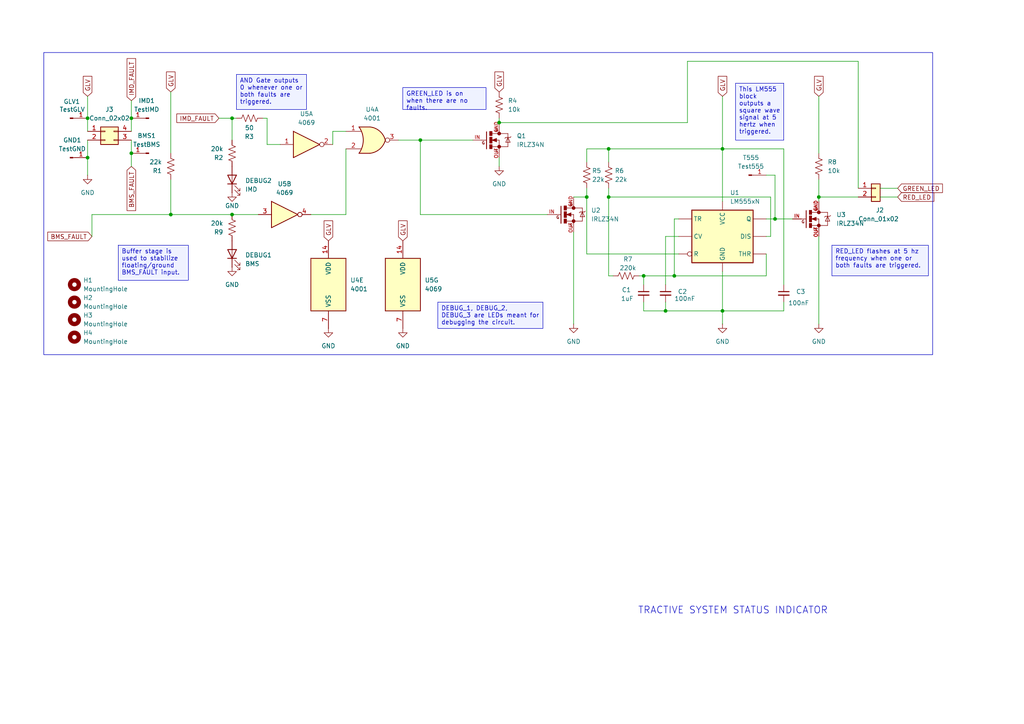
<source format=kicad_sch>
(kicad_sch
	(version 20250114)
	(generator "eeschema")
	(generator_version "9.0")
	(uuid "d20a762a-d1cd-4658-ba50-73ef390fde04")
	(paper "A4")
	(lib_symbols
		(symbol "4xxx:4001"
			(pin_names
				(offset 1.016)
			)
			(exclude_from_sim no)
			(in_bom yes)
			(on_board yes)
			(property "Reference" "U"
				(at 0 1.27 0)
				(effects
					(font
						(size 1.27 1.27)
					)
				)
			)
			(property "Value" "4001"
				(at 0 -1.27 0)
				(effects
					(font
						(size 1.27 1.27)
					)
				)
			)
			(property "Footprint" ""
				(at 0 0 0)
				(effects
					(font
						(size 1.27 1.27)
					)
					(hide yes)
				)
			)
			(property "Datasheet" "http://www.intersil.com/content/dam/Intersil/documents/cd40/cd4000bms-01bms-02bms-25bms.pdf"
				(at 0 0 0)
				(effects
					(font
						(size 1.27 1.27)
					)
					(hide yes)
				)
			)
			(property "Description" "Quad Nor 2 inputs"
				(at 0 0 0)
				(effects
					(font
						(size 1.27 1.27)
					)
					(hide yes)
				)
			)
			(property "ki_locked" ""
				(at 0 0 0)
				(effects
					(font
						(size 1.27 1.27)
					)
				)
			)
			(property "ki_keywords" "CMOS Nor2"
				(at 0 0 0)
				(effects
					(font
						(size 1.27 1.27)
					)
					(hide yes)
				)
			)
			(property "ki_fp_filters" "DIP?14*"
				(at 0 0 0)
				(effects
					(font
						(size 1.27 1.27)
					)
					(hide yes)
				)
			)
			(symbol "4001_1_1"
				(arc
					(start -3.81 3.81)
					(mid -2.589 0)
					(end -3.81 -3.81)
					(stroke
						(width 0.254)
						(type default)
					)
					(fill
						(type none)
					)
				)
				(polyline
					(pts
						(xy -3.81 3.81) (xy -0.635 3.81)
					)
					(stroke
						(width 0.254)
						(type default)
					)
					(fill
						(type background)
					)
				)
				(polyline
					(pts
						(xy -3.81 -3.81) (xy -0.635 -3.81)
					)
					(stroke
						(width 0.254)
						(type default)
					)
					(fill
						(type background)
					)
				)
				(arc
					(start 3.81 0)
					(mid 2.1855 -2.584)
					(end -0.6096 -3.81)
					(stroke
						(width 0.254)
						(type default)
					)
					(fill
						(type background)
					)
				)
				(arc
					(start -0.6096 3.81)
					(mid 2.1928 2.5924)
					(end 3.81 0)
					(stroke
						(width 0.254)
						(type default)
					)
					(fill
						(type background)
					)
				)
				(polyline
					(pts
						(xy -0.635 3.81) (xy -3.81 3.81) (xy -3.81 3.81) (xy -3.556 3.4036) (xy -3.0226 2.2606) (xy -2.6924 1.0414)
						(xy -2.6162 -0.254) (xy -2.7686 -1.4986) (xy -3.175 -2.7178) (xy -3.81 -3.81) (xy -3.81 -3.81)
						(xy -0.635 -3.81)
					)
					(stroke
						(width -25.4)
						(type default)
					)
					(fill
						(type background)
					)
				)
				(pin input line
					(at -7.62 2.54 0)
					(length 4.318)
					(name "~"
						(effects
							(font
								(size 1.27 1.27)
							)
						)
					)
					(number "1"
						(effects
							(font
								(size 1.27 1.27)
							)
						)
					)
				)
				(pin input line
					(at -7.62 -2.54 0)
					(length 4.318)
					(name "~"
						(effects
							(font
								(size 1.27 1.27)
							)
						)
					)
					(number "2"
						(effects
							(font
								(size 1.27 1.27)
							)
						)
					)
				)
				(pin output inverted
					(at 7.62 0 180)
					(length 3.81)
					(name "~"
						(effects
							(font
								(size 1.27 1.27)
							)
						)
					)
					(number "3"
						(effects
							(font
								(size 1.27 1.27)
							)
						)
					)
				)
			)
			(symbol "4001_1_2"
				(arc
					(start 0 3.81)
					(mid 3.7934 0)
					(end 0 -3.81)
					(stroke
						(width 0.254)
						(type default)
					)
					(fill
						(type background)
					)
				)
				(polyline
					(pts
						(xy 0 3.81) (xy -3.81 3.81) (xy -3.81 -3.81) (xy 0 -3.81)
					)
					(stroke
						(width 0.254)
						(type default)
					)
					(fill
						(type background)
					)
				)
				(pin input inverted
					(at -7.62 2.54 0)
					(length 3.81)
					(name "~"
						(effects
							(font
								(size 1.27 1.27)
							)
						)
					)
					(number "1"
						(effects
							(font
								(size 1.27 1.27)
							)
						)
					)
				)
				(pin input inverted
					(at -7.62 -2.54 0)
					(length 3.81)
					(name "~"
						(effects
							(font
								(size 1.27 1.27)
							)
						)
					)
					(number "2"
						(effects
							(font
								(size 1.27 1.27)
							)
						)
					)
				)
				(pin output line
					(at 7.62 0 180)
					(length 3.81)
					(name "~"
						(effects
							(font
								(size 1.27 1.27)
							)
						)
					)
					(number "3"
						(effects
							(font
								(size 1.27 1.27)
							)
						)
					)
				)
			)
			(symbol "4001_2_1"
				(arc
					(start -3.81 3.81)
					(mid -2.589 0)
					(end -3.81 -3.81)
					(stroke
						(width 0.254)
						(type default)
					)
					(fill
						(type none)
					)
				)
				(polyline
					(pts
						(xy -3.81 3.81) (xy -0.635 3.81)
					)
					(stroke
						(width 0.254)
						(type default)
					)
					(fill
						(type background)
					)
				)
				(polyline
					(pts
						(xy -3.81 -3.81) (xy -0.635 -3.81)
					)
					(stroke
						(width 0.254)
						(type default)
					)
					(fill
						(type background)
					)
				)
				(arc
					(start 3.81 0)
					(mid 2.1855 -2.584)
					(end -0.6096 -3.81)
					(stroke
						(width 0.254)
						(type default)
					)
					(fill
						(type background)
					)
				)
				(arc
					(start -0.6096 3.81)
					(mid 2.1928 2.5924)
					(end 3.81 0)
					(stroke
						(width 0.254)
						(type default)
					)
					(fill
						(type background)
					)
				)
				(polyline
					(pts
						(xy -0.635 3.81) (xy -3.81 3.81) (xy -3.81 3.81) (xy -3.556 3.4036) (xy -3.0226 2.2606) (xy -2.6924 1.0414)
						(xy -2.6162 -0.254) (xy -2.7686 -1.4986) (xy -3.175 -2.7178) (xy -3.81 -3.81) (xy -3.81 -3.81)
						(xy -0.635 -3.81)
					)
					(stroke
						(width -25.4)
						(type default)
					)
					(fill
						(type background)
					)
				)
				(pin input line
					(at -7.62 2.54 0)
					(length 4.318)
					(name "~"
						(effects
							(font
								(size 1.27 1.27)
							)
						)
					)
					(number "5"
						(effects
							(font
								(size 1.27 1.27)
							)
						)
					)
				)
				(pin input line
					(at -7.62 -2.54 0)
					(length 4.318)
					(name "~"
						(effects
							(font
								(size 1.27 1.27)
							)
						)
					)
					(number "6"
						(effects
							(font
								(size 1.27 1.27)
							)
						)
					)
				)
				(pin output inverted
					(at 7.62 0 180)
					(length 3.81)
					(name "~"
						(effects
							(font
								(size 1.27 1.27)
							)
						)
					)
					(number "4"
						(effects
							(font
								(size 1.27 1.27)
							)
						)
					)
				)
			)
			(symbol "4001_2_2"
				(arc
					(start 0 3.81)
					(mid 3.7934 0)
					(end 0 -3.81)
					(stroke
						(width 0.254)
						(type default)
					)
					(fill
						(type background)
					)
				)
				(polyline
					(pts
						(xy 0 3.81) (xy -3.81 3.81) (xy -3.81 -3.81) (xy 0 -3.81)
					)
					(stroke
						(width 0.254)
						(type default)
					)
					(fill
						(type background)
					)
				)
				(pin input inverted
					(at -7.62 2.54 0)
					(length 3.81)
					(name "~"
						(effects
							(font
								(size 1.27 1.27)
							)
						)
					)
					(number "5"
						(effects
							(font
								(size 1.27 1.27)
							)
						)
					)
				)
				(pin input inverted
					(at -7.62 -2.54 0)
					(length 3.81)
					(name "~"
						(effects
							(font
								(size 1.27 1.27)
							)
						)
					)
					(number "6"
						(effects
							(font
								(size 1.27 1.27)
							)
						)
					)
				)
				(pin output line
					(at 7.62 0 180)
					(length 3.81)
					(name "~"
						(effects
							(font
								(size 1.27 1.27)
							)
						)
					)
					(number "4"
						(effects
							(font
								(size 1.27 1.27)
							)
						)
					)
				)
			)
			(symbol "4001_3_1"
				(arc
					(start -3.81 3.81)
					(mid -2.589 0)
					(end -3.81 -3.81)
					(stroke
						(width 0.254)
						(type default)
					)
					(fill
						(type none)
					)
				)
				(polyline
					(pts
						(xy -3.81 3.81) (xy -0.635 3.81)
					)
					(stroke
						(width 0.254)
						(type default)
					)
					(fill
						(type background)
					)
				)
				(polyline
					(pts
						(xy -3.81 -3.81) (xy -0.635 -3.81)
					)
					(stroke
						(width 0.254)
						(type default)
					)
					(fill
						(type background)
					)
				)
				(arc
					(start 3.81 0)
					(mid 2.1855 -2.584)
					(end -0.6096 -3.81)
					(stroke
						(width 0.254)
						(type default)
					)
					(fill
						(type background)
					)
				)
				(arc
					(start -0.6096 3.81)
					(mid 2.1928 2.5924)
					(end 3.81 0)
					(stroke
						(width 0.254)
						(type default)
					)
					(fill
						(type background)
					)
				)
				(polyline
					(pts
						(xy -0.635 3.81) (xy -3.81 3.81) (xy -3.81 3.81) (xy -3.556 3.4036) (xy -3.0226 2.2606) (xy -2.6924 1.0414)
						(xy -2.6162 -0.254) (xy -2.7686 -1.4986) (xy -3.175 -2.7178) (xy -3.81 -3.81) (xy -3.81 -3.81)
						(xy -0.635 -3.81)
					)
					(stroke
						(width -25.4)
						(type default)
					)
					(fill
						(type background)
					)
				)
				(pin input line
					(at -7.62 2.54 0)
					(length 4.318)
					(name "~"
						(effects
							(font
								(size 1.27 1.27)
							)
						)
					)
					(number "8"
						(effects
							(font
								(size 1.27 1.27)
							)
						)
					)
				)
				(pin input line
					(at -7.62 -2.54 0)
					(length 4.318)
					(name "~"
						(effects
							(font
								(size 1.27 1.27)
							)
						)
					)
					(number "9"
						(effects
							(font
								(size 1.27 1.27)
							)
						)
					)
				)
				(pin output inverted
					(at 7.62 0 180)
					(length 3.81)
					(name "~"
						(effects
							(font
								(size 1.27 1.27)
							)
						)
					)
					(number "10"
						(effects
							(font
								(size 1.27 1.27)
							)
						)
					)
				)
			)
			(symbol "4001_3_2"
				(arc
					(start 0 3.81)
					(mid 3.7934 0)
					(end 0 -3.81)
					(stroke
						(width 0.254)
						(type default)
					)
					(fill
						(type background)
					)
				)
				(polyline
					(pts
						(xy 0 3.81) (xy -3.81 3.81) (xy -3.81 -3.81) (xy 0 -3.81)
					)
					(stroke
						(width 0.254)
						(type default)
					)
					(fill
						(type background)
					)
				)
				(pin input inverted
					(at -7.62 2.54 0)
					(length 3.81)
					(name "~"
						(effects
							(font
								(size 1.27 1.27)
							)
						)
					)
					(number "8"
						(effects
							(font
								(size 1.27 1.27)
							)
						)
					)
				)
				(pin input inverted
					(at -7.62 -2.54 0)
					(length 3.81)
					(name "~"
						(effects
							(font
								(size 1.27 1.27)
							)
						)
					)
					(number "9"
						(effects
							(font
								(size 1.27 1.27)
							)
						)
					)
				)
				(pin output line
					(at 7.62 0 180)
					(length 3.81)
					(name "~"
						(effects
							(font
								(size 1.27 1.27)
							)
						)
					)
					(number "10"
						(effects
							(font
								(size 1.27 1.27)
							)
						)
					)
				)
			)
			(symbol "4001_4_1"
				(arc
					(start -3.81 3.81)
					(mid -2.589 0)
					(end -3.81 -3.81)
					(stroke
						(width 0.254)
						(type default)
					)
					(fill
						(type none)
					)
				)
				(polyline
					(pts
						(xy -3.81 3.81) (xy -0.635 3.81)
					)
					(stroke
						(width 0.254)
						(type default)
					)
					(fill
						(type background)
					)
				)
				(polyline
					(pts
						(xy -3.81 -3.81) (xy -0.635 -3.81)
					)
					(stroke
						(width 0.254)
						(type default)
					)
					(fill
						(type background)
					)
				)
				(arc
					(start 3.81 0)
					(mid 2.1855 -2.584)
					(end -0.6096 -3.81)
					(stroke
						(width 0.254)
						(type default)
					)
					(fill
						(type background)
					)
				)
				(arc
					(start -0.6096 3.81)
					(mid 2.1928 2.5924)
					(end 3.81 0)
					(stroke
						(width 0.254)
						(type default)
					)
					(fill
						(type background)
					)
				)
				(polyline
					(pts
						(xy -0.635 3.81) (xy -3.81 3.81) (xy -3.81 3.81) (xy -3.556 3.4036) (xy -3.0226 2.2606) (xy -2.6924 1.0414)
						(xy -2.6162 -0.254) (xy -2.7686 -1.4986) (xy -3.175 -2.7178) (xy -3.81 -3.81) (xy -3.81 -3.81)
						(xy -0.635 -3.81)
					)
					(stroke
						(width -25.4)
						(type default)
					)
					(fill
						(type background)
					)
				)
				(pin input line
					(at -7.62 2.54 0)
					(length 4.318)
					(name "~"
						(effects
							(font
								(size 1.27 1.27)
							)
						)
					)
					(number "12"
						(effects
							(font
								(size 1.27 1.27)
							)
						)
					)
				)
				(pin input line
					(at -7.62 -2.54 0)
					(length 4.318)
					(name "~"
						(effects
							(font
								(size 1.27 1.27)
							)
						)
					)
					(number "13"
						(effects
							(font
								(size 1.27 1.27)
							)
						)
					)
				)
				(pin output inverted
					(at 7.62 0 180)
					(length 3.81)
					(name "~"
						(effects
							(font
								(size 1.27 1.27)
							)
						)
					)
					(number "11"
						(effects
							(font
								(size 1.27 1.27)
							)
						)
					)
				)
			)
			(symbol "4001_4_2"
				(arc
					(start 0 3.81)
					(mid 3.7934 0)
					(end 0 -3.81)
					(stroke
						(width 0.254)
						(type default)
					)
					(fill
						(type background)
					)
				)
				(polyline
					(pts
						(xy 0 3.81) (xy -3.81 3.81) (xy -3.81 -3.81) (xy 0 -3.81)
					)
					(stroke
						(width 0.254)
						(type default)
					)
					(fill
						(type background)
					)
				)
				(pin input inverted
					(at -7.62 2.54 0)
					(length 3.81)
					(name "~"
						(effects
							(font
								(size 1.27 1.27)
							)
						)
					)
					(number "12"
						(effects
							(font
								(size 1.27 1.27)
							)
						)
					)
				)
				(pin input inverted
					(at -7.62 -2.54 0)
					(length 3.81)
					(name "~"
						(effects
							(font
								(size 1.27 1.27)
							)
						)
					)
					(number "13"
						(effects
							(font
								(size 1.27 1.27)
							)
						)
					)
				)
				(pin output line
					(at 7.62 0 180)
					(length 3.81)
					(name "~"
						(effects
							(font
								(size 1.27 1.27)
							)
						)
					)
					(number "11"
						(effects
							(font
								(size 1.27 1.27)
							)
						)
					)
				)
			)
			(symbol "4001_5_0"
				(pin power_in line
					(at 0 12.7 270)
					(length 5.08)
					(name "VDD"
						(effects
							(font
								(size 1.27 1.27)
							)
						)
					)
					(number "14"
						(effects
							(font
								(size 1.27 1.27)
							)
						)
					)
				)
				(pin power_in line
					(at 0 -12.7 90)
					(length 5.08)
					(name "VSS"
						(effects
							(font
								(size 1.27 1.27)
							)
						)
					)
					(number "7"
						(effects
							(font
								(size 1.27 1.27)
							)
						)
					)
				)
			)
			(symbol "4001_5_1"
				(rectangle
					(start -5.08 7.62)
					(end 5.08 -7.62)
					(stroke
						(width 0.254)
						(type default)
					)
					(fill
						(type background)
					)
				)
			)
			(embedded_fonts no)
		)
		(symbol "4xxx:4069"
			(pin_names
				(offset 1.016)
			)
			(exclude_from_sim no)
			(in_bom yes)
			(on_board yes)
			(property "Reference" "U"
				(at 0 1.27 0)
				(effects
					(font
						(size 1.27 1.27)
					)
				)
			)
			(property "Value" "4069"
				(at 0 -1.27 0)
				(effects
					(font
						(size 1.27 1.27)
					)
				)
			)
			(property "Footprint" ""
				(at 0 0 0)
				(effects
					(font
						(size 1.27 1.27)
					)
					(hide yes)
				)
			)
			(property "Datasheet" "http://www.intersil.com/content/dam/Intersil/documents/cd40/cd4069ubms.pdf"
				(at 0 0 0)
				(effects
					(font
						(size 1.27 1.27)
					)
					(hide yes)
				)
			)
			(property "Description" "Hex inverter"
				(at 0 0 0)
				(effects
					(font
						(size 1.27 1.27)
					)
					(hide yes)
				)
			)
			(property "ki_locked" ""
				(at 0 0 0)
				(effects
					(font
						(size 1.27 1.27)
					)
				)
			)
			(property "ki_keywords" "CMOS NOT"
				(at 0 0 0)
				(effects
					(font
						(size 1.27 1.27)
					)
					(hide yes)
				)
			)
			(property "ki_fp_filters" "DIP?14*"
				(at 0 0 0)
				(effects
					(font
						(size 1.27 1.27)
					)
					(hide yes)
				)
			)
			(symbol "4069_1_0"
				(polyline
					(pts
						(xy -3.81 3.81) (xy -3.81 -3.81) (xy 3.81 0) (xy -3.81 3.81)
					)
					(stroke
						(width 0.254)
						(type default)
					)
					(fill
						(type background)
					)
				)
				(pin input line
					(at -7.62 0 0)
					(length 3.81)
					(name "~"
						(effects
							(font
								(size 1.27 1.27)
							)
						)
					)
					(number "1"
						(effects
							(font
								(size 1.27 1.27)
							)
						)
					)
				)
				(pin output inverted
					(at 7.62 0 180)
					(length 3.81)
					(name "~"
						(effects
							(font
								(size 1.27 1.27)
							)
						)
					)
					(number "2"
						(effects
							(font
								(size 1.27 1.27)
							)
						)
					)
				)
			)
			(symbol "4069_2_0"
				(polyline
					(pts
						(xy -3.81 3.81) (xy -3.81 -3.81) (xy 3.81 0) (xy -3.81 3.81)
					)
					(stroke
						(width 0.254)
						(type default)
					)
					(fill
						(type background)
					)
				)
				(pin input line
					(at -7.62 0 0)
					(length 3.81)
					(name "~"
						(effects
							(font
								(size 1.27 1.27)
							)
						)
					)
					(number "3"
						(effects
							(font
								(size 1.27 1.27)
							)
						)
					)
				)
				(pin output inverted
					(at 7.62 0 180)
					(length 3.81)
					(name "~"
						(effects
							(font
								(size 1.27 1.27)
							)
						)
					)
					(number "4"
						(effects
							(font
								(size 1.27 1.27)
							)
						)
					)
				)
			)
			(symbol "4069_3_0"
				(polyline
					(pts
						(xy -3.81 3.81) (xy -3.81 -3.81) (xy 3.81 0) (xy -3.81 3.81)
					)
					(stroke
						(width 0.254)
						(type default)
					)
					(fill
						(type background)
					)
				)
				(pin input line
					(at -7.62 0 0)
					(length 3.81)
					(name "~"
						(effects
							(font
								(size 1.27 1.27)
							)
						)
					)
					(number "5"
						(effects
							(font
								(size 1.27 1.27)
							)
						)
					)
				)
				(pin output inverted
					(at 7.62 0 180)
					(length 3.81)
					(name "~"
						(effects
							(font
								(size 1.27 1.27)
							)
						)
					)
					(number "6"
						(effects
							(font
								(size 1.27 1.27)
							)
						)
					)
				)
			)
			(symbol "4069_4_0"
				(polyline
					(pts
						(xy -3.81 3.81) (xy -3.81 -3.81) (xy 3.81 0) (xy -3.81 3.81)
					)
					(stroke
						(width 0.254)
						(type default)
					)
					(fill
						(type background)
					)
				)
				(pin input line
					(at -7.62 0 0)
					(length 3.81)
					(name "~"
						(effects
							(font
								(size 1.27 1.27)
							)
						)
					)
					(number "9"
						(effects
							(font
								(size 1.27 1.27)
							)
						)
					)
				)
				(pin output inverted
					(at 7.62 0 180)
					(length 3.81)
					(name "~"
						(effects
							(font
								(size 1.27 1.27)
							)
						)
					)
					(number "8"
						(effects
							(font
								(size 1.27 1.27)
							)
						)
					)
				)
			)
			(symbol "4069_5_0"
				(polyline
					(pts
						(xy -3.81 3.81) (xy -3.81 -3.81) (xy 3.81 0) (xy -3.81 3.81)
					)
					(stroke
						(width 0.254)
						(type default)
					)
					(fill
						(type background)
					)
				)
				(pin input line
					(at -7.62 0 0)
					(length 3.81)
					(name "~"
						(effects
							(font
								(size 1.27 1.27)
							)
						)
					)
					(number "11"
						(effects
							(font
								(size 1.27 1.27)
							)
						)
					)
				)
				(pin output inverted
					(at 7.62 0 180)
					(length 3.81)
					(name "~"
						(effects
							(font
								(size 1.27 1.27)
							)
						)
					)
					(number "10"
						(effects
							(font
								(size 1.27 1.27)
							)
						)
					)
				)
			)
			(symbol "4069_6_0"
				(polyline
					(pts
						(xy -3.81 3.81) (xy -3.81 -3.81) (xy 3.81 0) (xy -3.81 3.81)
					)
					(stroke
						(width 0.254)
						(type default)
					)
					(fill
						(type background)
					)
				)
				(pin input line
					(at -7.62 0 0)
					(length 3.81)
					(name "~"
						(effects
							(font
								(size 1.27 1.27)
							)
						)
					)
					(number "13"
						(effects
							(font
								(size 1.27 1.27)
							)
						)
					)
				)
				(pin output inverted
					(at 7.62 0 180)
					(length 3.81)
					(name "~"
						(effects
							(font
								(size 1.27 1.27)
							)
						)
					)
					(number "12"
						(effects
							(font
								(size 1.27 1.27)
							)
						)
					)
				)
			)
			(symbol "4069_7_0"
				(pin power_in line
					(at 0 12.7 270)
					(length 5.08)
					(name "VDD"
						(effects
							(font
								(size 1.27 1.27)
							)
						)
					)
					(number "14"
						(effects
							(font
								(size 1.27 1.27)
							)
						)
					)
				)
				(pin power_in line
					(at 0 -12.7 90)
					(length 5.08)
					(name "VSS"
						(effects
							(font
								(size 1.27 1.27)
							)
						)
					)
					(number "7"
						(effects
							(font
								(size 1.27 1.27)
							)
						)
					)
				)
			)
			(symbol "4069_7_1"
				(rectangle
					(start -5.08 7.62)
					(end 5.08 -7.62)
					(stroke
						(width 0.254)
						(type default)
					)
					(fill
						(type background)
					)
				)
			)
			(embedded_fonts no)
		)
		(symbol "Connector:Conn_01x01_Pin"
			(pin_names
				(offset 1.016)
				(hide yes)
			)
			(exclude_from_sim no)
			(in_bom yes)
			(on_board yes)
			(property "Reference" "J"
				(at 0 2.54 0)
				(effects
					(font
						(size 1.27 1.27)
					)
				)
			)
			(property "Value" "Conn_01x01_Pin"
				(at 0 -2.54 0)
				(effects
					(font
						(size 1.27 1.27)
					)
				)
			)
			(property "Footprint" ""
				(at 0 0 0)
				(effects
					(font
						(size 1.27 1.27)
					)
					(hide yes)
				)
			)
			(property "Datasheet" "~"
				(at 0 0 0)
				(effects
					(font
						(size 1.27 1.27)
					)
					(hide yes)
				)
			)
			(property "Description" "Generic connector, single row, 01x01, script generated"
				(at 0 0 0)
				(effects
					(font
						(size 1.27 1.27)
					)
					(hide yes)
				)
			)
			(property "ki_locked" ""
				(at 0 0 0)
				(effects
					(font
						(size 1.27 1.27)
					)
				)
			)
			(property "ki_keywords" "connector"
				(at 0 0 0)
				(effects
					(font
						(size 1.27 1.27)
					)
					(hide yes)
				)
			)
			(property "ki_fp_filters" "Connector*:*_1x??_*"
				(at 0 0 0)
				(effects
					(font
						(size 1.27 1.27)
					)
					(hide yes)
				)
			)
			(symbol "Conn_01x01_Pin_1_1"
				(rectangle
					(start 0.8636 0.127)
					(end 0 -0.127)
					(stroke
						(width 0.1524)
						(type default)
					)
					(fill
						(type outline)
					)
				)
				(polyline
					(pts
						(xy 1.27 0) (xy 0.8636 0)
					)
					(stroke
						(width 0.1524)
						(type default)
					)
					(fill
						(type none)
					)
				)
				(pin passive line
					(at 5.08 0 180)
					(length 3.81)
					(name "Pin_1"
						(effects
							(font
								(size 1.27 1.27)
							)
						)
					)
					(number "1"
						(effects
							(font
								(size 1.27 1.27)
							)
						)
					)
				)
			)
			(embedded_fonts no)
		)
		(symbol "Connector_Generic:Conn_01x02"
			(pin_names
				(offset 1.016)
				(hide yes)
			)
			(exclude_from_sim no)
			(in_bom yes)
			(on_board yes)
			(property "Reference" "J"
				(at 0 2.54 0)
				(effects
					(font
						(size 1.27 1.27)
					)
				)
			)
			(property "Value" "Conn_01x02"
				(at 0 -5.08 0)
				(effects
					(font
						(size 1.27 1.27)
					)
				)
			)
			(property "Footprint" ""
				(at 0 0 0)
				(effects
					(font
						(size 1.27 1.27)
					)
					(hide yes)
				)
			)
			(property "Datasheet" "~"
				(at 0 0 0)
				(effects
					(font
						(size 1.27 1.27)
					)
					(hide yes)
				)
			)
			(property "Description" "Generic connector, single row, 01x02, script generated (kicad-library-utils/schlib/autogen/connector/)"
				(at 0 0 0)
				(effects
					(font
						(size 1.27 1.27)
					)
					(hide yes)
				)
			)
			(property "ki_keywords" "connector"
				(at 0 0 0)
				(effects
					(font
						(size 1.27 1.27)
					)
					(hide yes)
				)
			)
			(property "ki_fp_filters" "Connector*:*_1x??_*"
				(at 0 0 0)
				(effects
					(font
						(size 1.27 1.27)
					)
					(hide yes)
				)
			)
			(symbol "Conn_01x02_1_1"
				(rectangle
					(start -1.27 1.27)
					(end 1.27 -3.81)
					(stroke
						(width 0.254)
						(type default)
					)
					(fill
						(type background)
					)
				)
				(rectangle
					(start -1.27 0.127)
					(end 0 -0.127)
					(stroke
						(width 0.1524)
						(type default)
					)
					(fill
						(type none)
					)
				)
				(rectangle
					(start -1.27 -2.413)
					(end 0 -2.667)
					(stroke
						(width 0.1524)
						(type default)
					)
					(fill
						(type none)
					)
				)
				(pin passive line
					(at -5.08 0 0)
					(length 3.81)
					(name "Pin_1"
						(effects
							(font
								(size 1.27 1.27)
							)
						)
					)
					(number "1"
						(effects
							(font
								(size 1.27 1.27)
							)
						)
					)
				)
				(pin passive line
					(at -5.08 -2.54 0)
					(length 3.81)
					(name "Pin_2"
						(effects
							(font
								(size 1.27 1.27)
							)
						)
					)
					(number "2"
						(effects
							(font
								(size 1.27 1.27)
							)
						)
					)
				)
			)
			(embedded_fonts no)
		)
		(symbol "Connector_Generic:Conn_02x02_Counter_Clockwise"
			(pin_names
				(offset 1.016)
				(hide yes)
			)
			(exclude_from_sim no)
			(in_bom yes)
			(on_board yes)
			(property "Reference" "J"
				(at 1.27 2.54 0)
				(effects
					(font
						(size 1.27 1.27)
					)
				)
			)
			(property "Value" "Conn_02x02_Counter_Clockwise"
				(at 1.27 -5.08 0)
				(effects
					(font
						(size 1.27 1.27)
					)
				)
			)
			(property "Footprint" ""
				(at 0 0 0)
				(effects
					(font
						(size 1.27 1.27)
					)
					(hide yes)
				)
			)
			(property "Datasheet" "~"
				(at 0 0 0)
				(effects
					(font
						(size 1.27 1.27)
					)
					(hide yes)
				)
			)
			(property "Description" "Generic connector, double row, 02x02, counter clockwise pin numbering scheme (similar to DIP package numbering), script generated (kicad-library-utils/schlib/autogen/connector/)"
				(at 0 0 0)
				(effects
					(font
						(size 1.27 1.27)
					)
					(hide yes)
				)
			)
			(property "ki_keywords" "connector"
				(at 0 0 0)
				(effects
					(font
						(size 1.27 1.27)
					)
					(hide yes)
				)
			)
			(property "ki_fp_filters" "Connector*:*_2x??_*"
				(at 0 0 0)
				(effects
					(font
						(size 1.27 1.27)
					)
					(hide yes)
				)
			)
			(symbol "Conn_02x02_Counter_Clockwise_1_1"
				(rectangle
					(start -1.27 1.27)
					(end 3.81 -3.81)
					(stroke
						(width 0.254)
						(type default)
					)
					(fill
						(type background)
					)
				)
				(rectangle
					(start -1.27 0.127)
					(end 0 -0.127)
					(stroke
						(width 0.1524)
						(type default)
					)
					(fill
						(type none)
					)
				)
				(rectangle
					(start -1.27 -2.413)
					(end 0 -2.667)
					(stroke
						(width 0.1524)
						(type default)
					)
					(fill
						(type none)
					)
				)
				(rectangle
					(start 3.81 0.127)
					(end 2.54 -0.127)
					(stroke
						(width 0.1524)
						(type default)
					)
					(fill
						(type none)
					)
				)
				(rectangle
					(start 3.81 -2.413)
					(end 2.54 -2.667)
					(stroke
						(width 0.1524)
						(type default)
					)
					(fill
						(type none)
					)
				)
				(pin passive line
					(at -5.08 0 0)
					(length 3.81)
					(name "Pin_1"
						(effects
							(font
								(size 1.27 1.27)
							)
						)
					)
					(number "1"
						(effects
							(font
								(size 1.27 1.27)
							)
						)
					)
				)
				(pin passive line
					(at -5.08 -2.54 0)
					(length 3.81)
					(name "Pin_2"
						(effects
							(font
								(size 1.27 1.27)
							)
						)
					)
					(number "2"
						(effects
							(font
								(size 1.27 1.27)
							)
						)
					)
				)
				(pin passive line
					(at 7.62 0 180)
					(length 3.81)
					(name "Pin_4"
						(effects
							(font
								(size 1.27 1.27)
							)
						)
					)
					(number "4"
						(effects
							(font
								(size 1.27 1.27)
							)
						)
					)
				)
				(pin passive line
					(at 7.62 -2.54 180)
					(length 3.81)
					(name "Pin_3"
						(effects
							(font
								(size 1.27 1.27)
							)
						)
					)
					(number "3"
						(effects
							(font
								(size 1.27 1.27)
							)
						)
					)
				)
			)
			(embedded_fonts no)
		)
		(symbol "Device:C_Small"
			(pin_numbers
				(hide yes)
			)
			(pin_names
				(offset 0.254)
				(hide yes)
			)
			(exclude_from_sim no)
			(in_bom yes)
			(on_board yes)
			(property "Reference" "C"
				(at 0.254 1.778 0)
				(effects
					(font
						(size 1.27 1.27)
					)
					(justify left)
				)
			)
			(property "Value" "C_Small"
				(at 0.254 -2.032 0)
				(effects
					(font
						(size 1.27 1.27)
					)
					(justify left)
				)
			)
			(property "Footprint" ""
				(at 0 0 0)
				(effects
					(font
						(size 1.27 1.27)
					)
					(hide yes)
				)
			)
			(property "Datasheet" "~"
				(at 0 0 0)
				(effects
					(font
						(size 1.27 1.27)
					)
					(hide yes)
				)
			)
			(property "Description" "Unpolarized capacitor, small symbol"
				(at 0 0 0)
				(effects
					(font
						(size 1.27 1.27)
					)
					(hide yes)
				)
			)
			(property "ki_keywords" "capacitor cap"
				(at 0 0 0)
				(effects
					(font
						(size 1.27 1.27)
					)
					(hide yes)
				)
			)
			(property "ki_fp_filters" "C_*"
				(at 0 0 0)
				(effects
					(font
						(size 1.27 1.27)
					)
					(hide yes)
				)
			)
			(symbol "C_Small_0_1"
				(polyline
					(pts
						(xy -1.524 0.508) (xy 1.524 0.508)
					)
					(stroke
						(width 0.3048)
						(type default)
					)
					(fill
						(type none)
					)
				)
				(polyline
					(pts
						(xy -1.524 -0.508) (xy 1.524 -0.508)
					)
					(stroke
						(width 0.3302)
						(type default)
					)
					(fill
						(type none)
					)
				)
			)
			(symbol "C_Small_1_1"
				(pin passive line
					(at 0 2.54 270)
					(length 2.032)
					(name "~"
						(effects
							(font
								(size 1.27 1.27)
							)
						)
					)
					(number "1"
						(effects
							(font
								(size 1.27 1.27)
							)
						)
					)
				)
				(pin passive line
					(at 0 -2.54 90)
					(length 2.032)
					(name "~"
						(effects
							(font
								(size 1.27 1.27)
							)
						)
					)
					(number "2"
						(effects
							(font
								(size 1.27 1.27)
							)
						)
					)
				)
			)
			(embedded_fonts no)
		)
		(symbol "Device:LED"
			(pin_numbers
				(hide yes)
			)
			(pin_names
				(offset 1.016)
				(hide yes)
			)
			(exclude_from_sim no)
			(in_bom yes)
			(on_board yes)
			(property "Reference" "D"
				(at 0 2.54 0)
				(effects
					(font
						(size 1.27 1.27)
					)
				)
			)
			(property "Value" "LED"
				(at 0 -2.54 0)
				(effects
					(font
						(size 1.27 1.27)
					)
				)
			)
			(property "Footprint" ""
				(at 0 0 0)
				(effects
					(font
						(size 1.27 1.27)
					)
					(hide yes)
				)
			)
			(property "Datasheet" "~"
				(at 0 0 0)
				(effects
					(font
						(size 1.27 1.27)
					)
					(hide yes)
				)
			)
			(property "Description" "Light emitting diode"
				(at 0 0 0)
				(effects
					(font
						(size 1.27 1.27)
					)
					(hide yes)
				)
			)
			(property "Sim.Pins" "1=K 2=A"
				(at 0 0 0)
				(effects
					(font
						(size 1.27 1.27)
					)
					(hide yes)
				)
			)
			(property "ki_keywords" "LED diode"
				(at 0 0 0)
				(effects
					(font
						(size 1.27 1.27)
					)
					(hide yes)
				)
			)
			(property "ki_fp_filters" "LED* LED_SMD:* LED_THT:*"
				(at 0 0 0)
				(effects
					(font
						(size 1.27 1.27)
					)
					(hide yes)
				)
			)
			(symbol "LED_0_1"
				(polyline
					(pts
						(xy -3.048 -0.762) (xy -4.572 -2.286) (xy -3.81 -2.286) (xy -4.572 -2.286) (xy -4.572 -1.524)
					)
					(stroke
						(width 0)
						(type default)
					)
					(fill
						(type none)
					)
				)
				(polyline
					(pts
						(xy -1.778 -0.762) (xy -3.302 -2.286) (xy -2.54 -2.286) (xy -3.302 -2.286) (xy -3.302 -1.524)
					)
					(stroke
						(width 0)
						(type default)
					)
					(fill
						(type none)
					)
				)
				(polyline
					(pts
						(xy -1.27 0) (xy 1.27 0)
					)
					(stroke
						(width 0)
						(type default)
					)
					(fill
						(type none)
					)
				)
				(polyline
					(pts
						(xy -1.27 -1.27) (xy -1.27 1.27)
					)
					(stroke
						(width 0.254)
						(type default)
					)
					(fill
						(type none)
					)
				)
				(polyline
					(pts
						(xy 1.27 -1.27) (xy 1.27 1.27) (xy -1.27 0) (xy 1.27 -1.27)
					)
					(stroke
						(width 0.254)
						(type default)
					)
					(fill
						(type none)
					)
				)
			)
			(symbol "LED_1_1"
				(pin passive line
					(at -3.81 0 0)
					(length 2.54)
					(name "K"
						(effects
							(font
								(size 1.27 1.27)
							)
						)
					)
					(number "1"
						(effects
							(font
								(size 1.27 1.27)
							)
						)
					)
				)
				(pin passive line
					(at 3.81 0 180)
					(length 2.54)
					(name "A"
						(effects
							(font
								(size 1.27 1.27)
							)
						)
					)
					(number "2"
						(effects
							(font
								(size 1.27 1.27)
							)
						)
					)
				)
			)
			(embedded_fonts no)
		)
		(symbol "Device:R_US"
			(pin_numbers
				(hide yes)
			)
			(pin_names
				(offset 0)
			)
			(exclude_from_sim no)
			(in_bom yes)
			(on_board yes)
			(property "Reference" "R"
				(at 2.54 0 90)
				(effects
					(font
						(size 1.27 1.27)
					)
				)
			)
			(property "Value" "R_US"
				(at -2.54 0 90)
				(effects
					(font
						(size 1.27 1.27)
					)
				)
			)
			(property "Footprint" ""
				(at 1.016 -0.254 90)
				(effects
					(font
						(size 1.27 1.27)
					)
					(hide yes)
				)
			)
			(property "Datasheet" "~"
				(at 0 0 0)
				(effects
					(font
						(size 1.27 1.27)
					)
					(hide yes)
				)
			)
			(property "Description" "Resistor, US symbol"
				(at 0 0 0)
				(effects
					(font
						(size 1.27 1.27)
					)
					(hide yes)
				)
			)
			(property "ki_keywords" "R res resistor"
				(at 0 0 0)
				(effects
					(font
						(size 1.27 1.27)
					)
					(hide yes)
				)
			)
			(property "ki_fp_filters" "R_*"
				(at 0 0 0)
				(effects
					(font
						(size 1.27 1.27)
					)
					(hide yes)
				)
			)
			(symbol "R_US_0_1"
				(polyline
					(pts
						(xy 0 2.286) (xy 0 2.54)
					)
					(stroke
						(width 0)
						(type default)
					)
					(fill
						(type none)
					)
				)
				(polyline
					(pts
						(xy 0 2.286) (xy 1.016 1.905) (xy 0 1.524) (xy -1.016 1.143) (xy 0 0.762)
					)
					(stroke
						(width 0)
						(type default)
					)
					(fill
						(type none)
					)
				)
				(polyline
					(pts
						(xy 0 0.762) (xy 1.016 0.381) (xy 0 0) (xy -1.016 -0.381) (xy 0 -0.762)
					)
					(stroke
						(width 0)
						(type default)
					)
					(fill
						(type none)
					)
				)
				(polyline
					(pts
						(xy 0 -0.762) (xy 1.016 -1.143) (xy 0 -1.524) (xy -1.016 -1.905) (xy 0 -2.286)
					)
					(stroke
						(width 0)
						(type default)
					)
					(fill
						(type none)
					)
				)
				(polyline
					(pts
						(xy 0 -2.286) (xy 0 -2.54)
					)
					(stroke
						(width 0)
						(type default)
					)
					(fill
						(type none)
					)
				)
			)
			(symbol "R_US_1_1"
				(pin passive line
					(at 0 3.81 270)
					(length 1.27)
					(name "~"
						(effects
							(font
								(size 1.27 1.27)
							)
						)
					)
					(number "1"
						(effects
							(font
								(size 1.27 1.27)
							)
						)
					)
				)
				(pin passive line
					(at 0 -3.81 90)
					(length 1.27)
					(name "~"
						(effects
							(font
								(size 1.27 1.27)
							)
						)
					)
					(number "2"
						(effects
							(font
								(size 1.27 1.27)
							)
						)
					)
				)
			)
			(embedded_fonts no)
		)
		(symbol "IRLZ34N:IRLZ34N"
			(pin_names
				(offset 1.016)
			)
			(exclude_from_sim no)
			(in_bom yes)
			(on_board yes)
			(property "Reference" "U"
				(at 5.0824 2.5412 0)
				(effects
					(font
						(size 1.27 1.27)
					)
					(justify left bottom)
				)
			)
			(property "Value" "IRLZ34N"
				(at 5.0935 0 0)
				(effects
					(font
						(size 1.27 1.27)
					)
					(justify left bottom)
				)
			)
			(property "Footprint" "IRLZ34N:TO-220_2_"
				(at 0 0 0)
				(effects
					(font
						(size 1.27 1.27)
					)
					(justify bottom)
					(hide yes)
				)
			)
			(property "Datasheet" ""
				(at 0 0 0)
				(effects
					(font
						(size 1.27 1.27)
					)
					(hide yes)
				)
			)
			(property "Description" ""
				(at 0 0 0)
				(effects
					(font
						(size 1.27 1.27)
					)
					(hide yes)
				)
			)
			(property "MF" "Infineon"
				(at 0 0 0)
				(effects
					(font
						(size 1.27 1.27)
					)
					(justify bottom)
					(hide yes)
				)
			)
			(property "Description_1" "N-Channel 55 V 30A (Tc) 3.8W (Ta), 68W (Tc) Surface Mount D2PAK"
				(at 0 0 0)
				(effects
					(font
						(size 1.27 1.27)
					)
					(justify bottom)
					(hide yes)
				)
			)
			(property "Package" "TO-220 Infineon"
				(at 0 0 0)
				(effects
					(font
						(size 1.27 1.27)
					)
					(justify bottom)
					(hide yes)
				)
			)
			(property "Price" "None"
				(at 0 0 0)
				(effects
					(font
						(size 1.27 1.27)
					)
					(justify bottom)
					(hide yes)
				)
			)
			(property "SnapEDA_Link" "https://www.snapeda.com/parts/IRLZ34N/Infineon/view-part/?ref=snap"
				(at 0 0 0)
				(effects
					(font
						(size 1.27 1.27)
					)
					(justify bottom)
					(hide yes)
				)
			)
			(property "MP" "IRLZ34N"
				(at 0 0 0)
				(effects
					(font
						(size 1.27 1.27)
					)
					(justify bottom)
					(hide yes)
				)
			)
			(property "Purchase-URL" "https://www.snapeda.com/api/url_track_click_mouser/?unipart_id=346822&manufacturer=Infineon&part_name=IRLZ34N&search_term=None"
				(at 0 0 0)
				(effects
					(font
						(size 1.27 1.27)
					)
					(justify bottom)
					(hide yes)
				)
			)
			(property "Availability" "In Stock"
				(at 0 0 0)
				(effects
					(font
						(size 1.27 1.27)
					)
					(justify bottom)
					(hide yes)
				)
			)
			(property "Check_prices" "https://www.snapeda.com/parts/IRLZ34N/Infineon/view-part/?ref=eda"
				(at 0 0 0)
				(effects
					(font
						(size 1.27 1.27)
					)
					(justify bottom)
					(hide yes)
				)
			)
			(symbol "IRLZ34N_0_0"
				(polyline
					(pts
						(xy -3.81 0) (xy -5.08 0)
					)
					(stroke
						(width 0.1524)
						(type default)
					)
					(fill
						(type none)
					)
				)
				(polyline
					(pts
						(xy -3.6576 2.413) (xy -3.6576 -2.54)
					)
					(stroke
						(width 0.254)
						(type default)
					)
					(fill
						(type none)
					)
				)
				(rectangle
					(start -2.8035 -2.5486)
					(end -2.032 -1.27)
					(stroke
						(width 0.1)
						(type default)
					)
					(fill
						(type outline)
					)
				)
				(rectangle
					(start -2.8025 1.2739)
					(end -2.032 2.54)
					(stroke
						(width 0.1)
						(type default)
					)
					(fill
						(type outline)
					)
				)
				(rectangle
					(start -2.7953 -0.8894)
					(end -2.032 0.889)
					(stroke
						(width 0.1)
						(type default)
					)
					(fill
						(type outline)
					)
				)
				(polyline
					(pts
						(xy -2.032 0) (xy -0.762 -0.508)
					)
					(stroke
						(width 0.1524)
						(type default)
					)
					(fill
						(type none)
					)
				)
				(polyline
					(pts
						(xy -2.032 -1.905) (xy 0 -1.905)
					)
					(stroke
						(width 0.1524)
						(type default)
					)
					(fill
						(type none)
					)
				)
				(polyline
					(pts
						(xy -1.778 0) (xy -0.889 -0.254)
					)
					(stroke
						(width 0.3048)
						(type default)
					)
					(fill
						(type none)
					)
				)
				(polyline
					(pts
						(xy -0.889 0.254) (xy -1.778 0)
					)
					(stroke
						(width 0.3048)
						(type default)
					)
					(fill
						(type none)
					)
				)
				(polyline
					(pts
						(xy -0.889 0) (xy -1.143 0)
					)
					(stroke
						(width 0.3048)
						(type default)
					)
					(fill
						(type none)
					)
				)
				(polyline
					(pts
						(xy -0.889 0) (xy 0 0)
					)
					(stroke
						(width 0.1524)
						(type default)
					)
					(fill
						(type none)
					)
				)
				(polyline
					(pts
						(xy -0.889 -0.254) (xy -0.889 0)
					)
					(stroke
						(width 0.3048)
						(type default)
					)
					(fill
						(type none)
					)
				)
				(polyline
					(pts
						(xy -0.762 0.508) (xy -2.032 0)
					)
					(stroke
						(width 0.1524)
						(type default)
					)
					(fill
						(type none)
					)
				)
				(polyline
					(pts
						(xy -0.762 -0.508) (xy -0.762 0.508)
					)
					(stroke
						(width 0.1524)
						(type default)
					)
					(fill
						(type none)
					)
				)
				(polyline
					(pts
						(xy 0 2.54) (xy 0 1.905)
					)
					(stroke
						(width 0.1524)
						(type default)
					)
					(fill
						(type none)
					)
				)
				(circle
					(center 0 1.905)
					(radius 0.127)
					(stroke
						(width 0.4064)
						(type default)
					)
					(fill
						(type none)
					)
				)
				(polyline
					(pts
						(xy 0 1.905) (xy -2.0066 1.905)
					)
					(stroke
						(width 0.1524)
						(type default)
					)
					(fill
						(type none)
					)
				)
				(polyline
					(pts
						(xy 0 1.905) (xy 2.54 1.905)
					)
					(stroke
						(width 0.1524)
						(type default)
					)
					(fill
						(type none)
					)
				)
				(polyline
					(pts
						(xy 0 0) (xy 0 -1.905)
					)
					(stroke
						(width 0.1524)
						(type default)
					)
					(fill
						(type none)
					)
				)
				(polyline
					(pts
						(xy 0 -1.905) (xy 0 -2.54)
					)
					(stroke
						(width 0.1524)
						(type default)
					)
					(fill
						(type none)
					)
				)
				(circle
					(center 0 -1.905)
					(radius 0.127)
					(stroke
						(width 0.4064)
						(type default)
					)
					(fill
						(type none)
					)
				)
				(polyline
					(pts
						(xy 1.905 0.762) (xy 1.651 0.508)
					)
					(stroke
						(width 0.1524)
						(type default)
					)
					(fill
						(type none)
					)
				)
				(polyline
					(pts
						(xy 1.905 0.762) (xy 2.54 0.762)
					)
					(stroke
						(width 0.1524)
						(type default)
					)
					(fill
						(type none)
					)
				)
				(polyline
					(pts
						(xy 1.905 -0.635) (xy 3.175 -0.635)
					)
					(stroke
						(width 0.1524)
						(type default)
					)
					(fill
						(type none)
					)
				)
				(polyline
					(pts
						(xy 2.54 1.905) (xy 2.54 0.762)
					)
					(stroke
						(width 0.1524)
						(type default)
					)
					(fill
						(type none)
					)
				)
				(polyline
					(pts
						(xy 2.54 0.762) (xy 1.905 -0.635)
					)
					(stroke
						(width 0.1524)
						(type default)
					)
					(fill
						(type none)
					)
				)
				(polyline
					(pts
						(xy 2.54 0.762) (xy 2.54 -1.905)
					)
					(stroke
						(width 0.1524)
						(type default)
					)
					(fill
						(type none)
					)
				)
				(polyline
					(pts
						(xy 2.54 0.762) (xy 3.175 0.762)
					)
					(stroke
						(width 0.1524)
						(type default)
					)
					(fill
						(type none)
					)
				)
				(polyline
					(pts
						(xy 2.54 -1.905) (xy 0 -1.905)
					)
					(stroke
						(width 0.1524)
						(type default)
					)
					(fill
						(type none)
					)
				)
				(polyline
					(pts
						(xy 3.175 0.762) (xy 3.429 1.016)
					)
					(stroke
						(width 0.1524)
						(type default)
					)
					(fill
						(type none)
					)
				)
				(polyline
					(pts
						(xy 3.175 -0.635) (xy 2.54 0.762)
					)
					(stroke
						(width 0.1524)
						(type default)
					)
					(fill
						(type none)
					)
				)
				(text "G"
					(at -5.0938 -1.2735 0)
					(effects
						(font
							(size 0.815 0.815)
						)
						(justify left bottom)
					)
				)
				(text "S"
					(at -1.2741 -3.5676 0)
					(effects
						(font
							(size 0.8154 0.8154)
						)
						(justify left bottom)
					)
				)
				(text "D"
					(at -1.2712 2.5424 0)
					(effects
						(font
							(size 0.8136 0.8136)
						)
						(justify left bottom)
					)
				)
				(pin passive line
					(at -7.62 0 0)
					(length 2.54)
					(name "~"
						(effects
							(font
								(size 1.016 1.016)
							)
						)
					)
					(number "IN"
						(effects
							(font
								(size 1.016 1.016)
							)
						)
					)
				)
				(pin passive line
					(at 0 5.08 270)
					(length 2.54)
					(name "~"
						(effects
							(font
								(size 1.016 1.016)
							)
						)
					)
					(number "GND"
						(effects
							(font
								(size 1.016 1.016)
							)
						)
					)
				)
				(pin passive line
					(at 0 -5.08 90)
					(length 2.54)
					(name "~"
						(effects
							(font
								(size 1.016 1.016)
							)
						)
					)
					(number "OUT"
						(effects
							(font
								(size 1.016 1.016)
							)
						)
					)
				)
			)
			(embedded_fonts no)
		)
		(symbol "IRLZ34N_1"
			(pin_names
				(offset 1.016)
			)
			(exclude_from_sim no)
			(in_bom yes)
			(on_board yes)
			(property "Reference" "U"
				(at 5.0824 2.5412 0)
				(effects
					(font
						(size 1.27 1.27)
					)
					(justify left bottom)
				)
			)
			(property "Value" "IRLZ34N"
				(at 5.0935 0 0)
				(effects
					(font
						(size 1.27 1.27)
					)
					(justify left bottom)
				)
			)
			(property "Footprint" "IRLZ34N:TO-220_2_"
				(at 0 0 0)
				(effects
					(font
						(size 1.27 1.27)
					)
					(justify bottom)
					(hide yes)
				)
			)
			(property "Datasheet" ""
				(at 0 0 0)
				(effects
					(font
						(size 1.27 1.27)
					)
					(hide yes)
				)
			)
			(property "Description" ""
				(at 0 0 0)
				(effects
					(font
						(size 1.27 1.27)
					)
					(hide yes)
				)
			)
			(property "MF" "Infineon"
				(at 0 0 0)
				(effects
					(font
						(size 1.27 1.27)
					)
					(justify bottom)
					(hide yes)
				)
			)
			(property "Description_1" "N-Channel 55 V 30A (Tc) 3.8W (Ta), 68W (Tc) Surface Mount D2PAK"
				(at 0 0 0)
				(effects
					(font
						(size 1.27 1.27)
					)
					(justify bottom)
					(hide yes)
				)
			)
			(property "Package" "TO-220 Infineon"
				(at 0 0 0)
				(effects
					(font
						(size 1.27 1.27)
					)
					(justify bottom)
					(hide yes)
				)
			)
			(property "Price" "None"
				(at 0 0 0)
				(effects
					(font
						(size 1.27 1.27)
					)
					(justify bottom)
					(hide yes)
				)
			)
			(property "SnapEDA_Link" "https://www.snapeda.com/parts/IRLZ34N/Infineon/view-part/?ref=snap"
				(at 0 0 0)
				(effects
					(font
						(size 1.27 1.27)
					)
					(justify bottom)
					(hide yes)
				)
			)
			(property "MP" "IRLZ34N"
				(at 0 0 0)
				(effects
					(font
						(size 1.27 1.27)
					)
					(justify bottom)
					(hide yes)
				)
			)
			(property "Purchase-URL" "https://www.snapeda.com/api/url_track_click_mouser/?unipart_id=346822&manufacturer=Infineon&part_name=IRLZ34N&search_term=None"
				(at 0 0 0)
				(effects
					(font
						(size 1.27 1.27)
					)
					(justify bottom)
					(hide yes)
				)
			)
			(property "Availability" "In Stock"
				(at 0 0 0)
				(effects
					(font
						(size 1.27 1.27)
					)
					(justify bottom)
					(hide yes)
				)
			)
			(property "Check_prices" "https://www.snapeda.com/parts/IRLZ34N/Infineon/view-part/?ref=eda"
				(at 0 0 0)
				(effects
					(font
						(size 1.27 1.27)
					)
					(justify bottom)
					(hide yes)
				)
			)
			(symbol "IRLZ34N_1_0_0"
				(polyline
					(pts
						(xy -3.81 0) (xy -5.08 0)
					)
					(stroke
						(width 0.1524)
						(type default)
					)
					(fill
						(type none)
					)
				)
				(polyline
					(pts
						(xy -3.6576 2.413) (xy -3.6576 -2.54)
					)
					(stroke
						(width 0.254)
						(type default)
					)
					(fill
						(type none)
					)
				)
				(rectangle
					(start -2.8035 -2.5486)
					(end -2.032 -1.27)
					(stroke
						(width 0.1)
						(type default)
					)
					(fill
						(type outline)
					)
				)
				(rectangle
					(start -2.8025 1.2739)
					(end -2.032 2.54)
					(stroke
						(width 0.1)
						(type default)
					)
					(fill
						(type outline)
					)
				)
				(rectangle
					(start -2.7953 -0.8894)
					(end -2.032 0.889)
					(stroke
						(width 0.1)
						(type default)
					)
					(fill
						(type outline)
					)
				)
				(polyline
					(pts
						(xy -2.032 0) (xy -0.762 -0.508)
					)
					(stroke
						(width 0.1524)
						(type default)
					)
					(fill
						(type none)
					)
				)
				(polyline
					(pts
						(xy -2.032 -1.905) (xy 0 -1.905)
					)
					(stroke
						(width 0.1524)
						(type default)
					)
					(fill
						(type none)
					)
				)
				(polyline
					(pts
						(xy -1.778 0) (xy -0.889 -0.254)
					)
					(stroke
						(width 0.3048)
						(type default)
					)
					(fill
						(type none)
					)
				)
				(polyline
					(pts
						(xy -0.889 0.254) (xy -1.778 0)
					)
					(stroke
						(width 0.3048)
						(type default)
					)
					(fill
						(type none)
					)
				)
				(polyline
					(pts
						(xy -0.889 0) (xy -1.143 0)
					)
					(stroke
						(width 0.3048)
						(type default)
					)
					(fill
						(type none)
					)
				)
				(polyline
					(pts
						(xy -0.889 0) (xy 0 0)
					)
					(stroke
						(width 0.1524)
						(type default)
					)
					(fill
						(type none)
					)
				)
				(polyline
					(pts
						(xy -0.889 -0.254) (xy -0.889 0)
					)
					(stroke
						(width 0.3048)
						(type default)
					)
					(fill
						(type none)
					)
				)
				(polyline
					(pts
						(xy -0.762 0.508) (xy -2.032 0)
					)
					(stroke
						(width 0.1524)
						(type default)
					)
					(fill
						(type none)
					)
				)
				(polyline
					(pts
						(xy -0.762 -0.508) (xy -0.762 0.508)
					)
					(stroke
						(width 0.1524)
						(type default)
					)
					(fill
						(type none)
					)
				)
				(polyline
					(pts
						(xy 0 2.54) (xy 0 1.905)
					)
					(stroke
						(width 0.1524)
						(type default)
					)
					(fill
						(type none)
					)
				)
				(circle
					(center 0 1.905)
					(radius 0.127)
					(stroke
						(width 0.4064)
						(type default)
					)
					(fill
						(type none)
					)
				)
				(polyline
					(pts
						(xy 0 1.905) (xy -2.0066 1.905)
					)
					(stroke
						(width 0.1524)
						(type default)
					)
					(fill
						(type none)
					)
				)
				(polyline
					(pts
						(xy 0 1.905) (xy 2.54 1.905)
					)
					(stroke
						(width 0.1524)
						(type default)
					)
					(fill
						(type none)
					)
				)
				(polyline
					(pts
						(xy 0 0) (xy 0 -1.905)
					)
					(stroke
						(width 0.1524)
						(type default)
					)
					(fill
						(type none)
					)
				)
				(polyline
					(pts
						(xy 0 -1.905) (xy 0 -2.54)
					)
					(stroke
						(width 0.1524)
						(type default)
					)
					(fill
						(type none)
					)
				)
				(circle
					(center 0 -1.905)
					(radius 0.127)
					(stroke
						(width 0.4064)
						(type default)
					)
					(fill
						(type none)
					)
				)
				(polyline
					(pts
						(xy 1.905 0.762) (xy 1.651 0.508)
					)
					(stroke
						(width 0.1524)
						(type default)
					)
					(fill
						(type none)
					)
				)
				(polyline
					(pts
						(xy 1.905 0.762) (xy 2.54 0.762)
					)
					(stroke
						(width 0.1524)
						(type default)
					)
					(fill
						(type none)
					)
				)
				(polyline
					(pts
						(xy 1.905 -0.635) (xy 3.175 -0.635)
					)
					(stroke
						(width 0.1524)
						(type default)
					)
					(fill
						(type none)
					)
				)
				(polyline
					(pts
						(xy 2.54 1.905) (xy 2.54 0.762)
					)
					(stroke
						(width 0.1524)
						(type default)
					)
					(fill
						(type none)
					)
				)
				(polyline
					(pts
						(xy 2.54 0.762) (xy 1.905 -0.635)
					)
					(stroke
						(width 0.1524)
						(type default)
					)
					(fill
						(type none)
					)
				)
				(polyline
					(pts
						(xy 2.54 0.762) (xy 2.54 -1.905)
					)
					(stroke
						(width 0.1524)
						(type default)
					)
					(fill
						(type none)
					)
				)
				(polyline
					(pts
						(xy 2.54 0.762) (xy 3.175 0.762)
					)
					(stroke
						(width 0.1524)
						(type default)
					)
					(fill
						(type none)
					)
				)
				(polyline
					(pts
						(xy 2.54 -1.905) (xy 0 -1.905)
					)
					(stroke
						(width 0.1524)
						(type default)
					)
					(fill
						(type none)
					)
				)
				(polyline
					(pts
						(xy 3.175 0.762) (xy 3.429 1.016)
					)
					(stroke
						(width 0.1524)
						(type default)
					)
					(fill
						(type none)
					)
				)
				(polyline
					(pts
						(xy 3.175 -0.635) (xy 2.54 0.762)
					)
					(stroke
						(width 0.1524)
						(type default)
					)
					(fill
						(type none)
					)
				)
				(text "G"
					(at -5.0938 -1.2735 0)
					(effects
						(font
							(size 0.815 0.815)
						)
						(justify left bottom)
					)
				)
				(text "S"
					(at -1.2741 -3.5676 0)
					(effects
						(font
							(size 0.8154 0.8154)
						)
						(justify left bottom)
					)
				)
				(text "D"
					(at -1.2712 2.5424 0)
					(effects
						(font
							(size 0.8136 0.8136)
						)
						(justify left bottom)
					)
				)
			)
			(symbol "IRLZ34N_1_1_0"
				(pin passive line
					(at -7.62 0 0)
					(length 2.54)
					(name "~"
						(effects
							(font
								(size 1.016 1.016)
							)
						)
					)
					(number "IN"
						(effects
							(font
								(size 1.016 1.016)
							)
						)
					)
				)
				(pin passive line
					(at 0 5.08 270)
					(length 2.54)
					(name "~"
						(effects
							(font
								(size 1.016 1.016)
							)
						)
					)
					(number "GND"
						(effects
							(font
								(size 1.016 1.016)
							)
						)
					)
				)
				(pin passive line
					(at 0 -5.08 90)
					(length 2.54)
					(name "~"
						(effects
							(font
								(size 1.016 1.016)
							)
						)
					)
					(number "OUT"
						(effects
							(font
								(size 1.016 1.016)
							)
						)
					)
				)
			)
			(embedded_fonts no)
		)
		(symbol "IRLZ34N_2"
			(pin_names
				(offset 1.016)
			)
			(exclude_from_sim no)
			(in_bom yes)
			(on_board yes)
			(property "Reference" "U"
				(at 5.0824 2.5412 0)
				(effects
					(font
						(size 1.27 1.27)
					)
					(justify left bottom)
				)
			)
			(property "Value" "IRLZ34N"
				(at 5.0935 0 0)
				(effects
					(font
						(size 1.27 1.27)
					)
					(justify left bottom)
				)
			)
			(property "Footprint" "IRLZ34N:TO-220_2_"
				(at 0 0 0)
				(effects
					(font
						(size 1.27 1.27)
					)
					(justify bottom)
					(hide yes)
				)
			)
			(property "Datasheet" ""
				(at 0 0 0)
				(effects
					(font
						(size 1.27 1.27)
					)
					(hide yes)
				)
			)
			(property "Description" ""
				(at 0 0 0)
				(effects
					(font
						(size 1.27 1.27)
					)
					(hide yes)
				)
			)
			(property "MF" "Infineon"
				(at 0 0 0)
				(effects
					(font
						(size 1.27 1.27)
					)
					(justify bottom)
					(hide yes)
				)
			)
			(property "Description_1" "N-Channel 55 V 30A (Tc) 3.8W (Ta), 68W (Tc) Surface Mount D2PAK"
				(at 0 0 0)
				(effects
					(font
						(size 1.27 1.27)
					)
					(justify bottom)
					(hide yes)
				)
			)
			(property "Package" "TO-220 Infineon"
				(at 0 0 0)
				(effects
					(font
						(size 1.27 1.27)
					)
					(justify bottom)
					(hide yes)
				)
			)
			(property "Price" "None"
				(at 0 0 0)
				(effects
					(font
						(size 1.27 1.27)
					)
					(justify bottom)
					(hide yes)
				)
			)
			(property "SnapEDA_Link" "https://www.snapeda.com/parts/IRLZ34N/Infineon/view-part/?ref=snap"
				(at 0 0 0)
				(effects
					(font
						(size 1.27 1.27)
					)
					(justify bottom)
					(hide yes)
				)
			)
			(property "MP" "IRLZ34N"
				(at 0 0 0)
				(effects
					(font
						(size 1.27 1.27)
					)
					(justify bottom)
					(hide yes)
				)
			)
			(property "Purchase-URL" "https://www.snapeda.com/api/url_track_click_mouser/?unipart_id=346822&manufacturer=Infineon&part_name=IRLZ34N&search_term=None"
				(at 0 0 0)
				(effects
					(font
						(size 1.27 1.27)
					)
					(justify bottom)
					(hide yes)
				)
			)
			(property "Availability" "In Stock"
				(at 0 0 0)
				(effects
					(font
						(size 1.27 1.27)
					)
					(justify bottom)
					(hide yes)
				)
			)
			(property "Check_prices" "https://www.snapeda.com/parts/IRLZ34N/Infineon/view-part/?ref=eda"
				(at 0 0 0)
				(effects
					(font
						(size 1.27 1.27)
					)
					(justify bottom)
					(hide yes)
				)
			)
			(symbol "IRLZ34N_2_0_0"
				(polyline
					(pts
						(xy -3.81 0) (xy -5.08 0)
					)
					(stroke
						(width 0.1524)
						(type default)
					)
					(fill
						(type none)
					)
				)
				(polyline
					(pts
						(xy -3.6576 2.413) (xy -3.6576 -2.54)
					)
					(stroke
						(width 0.254)
						(type default)
					)
					(fill
						(type none)
					)
				)
				(rectangle
					(start -2.8035 -2.5486)
					(end -2.032 -1.27)
					(stroke
						(width 0.1)
						(type default)
					)
					(fill
						(type outline)
					)
				)
				(rectangle
					(start -2.8025 1.2739)
					(end -2.032 2.54)
					(stroke
						(width 0.1)
						(type default)
					)
					(fill
						(type outline)
					)
				)
				(rectangle
					(start -2.7953 -0.8894)
					(end -2.032 0.889)
					(stroke
						(width 0.1)
						(type default)
					)
					(fill
						(type outline)
					)
				)
				(polyline
					(pts
						(xy -2.032 0) (xy -0.762 -0.508)
					)
					(stroke
						(width 0.1524)
						(type default)
					)
					(fill
						(type none)
					)
				)
				(polyline
					(pts
						(xy -2.032 -1.905) (xy 0 -1.905)
					)
					(stroke
						(width 0.1524)
						(type default)
					)
					(fill
						(type none)
					)
				)
				(polyline
					(pts
						(xy -1.778 0) (xy -0.889 -0.254)
					)
					(stroke
						(width 0.3048)
						(type default)
					)
					(fill
						(type none)
					)
				)
				(polyline
					(pts
						(xy -0.889 0.254) (xy -1.778 0)
					)
					(stroke
						(width 0.3048)
						(type default)
					)
					(fill
						(type none)
					)
				)
				(polyline
					(pts
						(xy -0.889 0) (xy -1.143 0)
					)
					(stroke
						(width 0.3048)
						(type default)
					)
					(fill
						(type none)
					)
				)
				(polyline
					(pts
						(xy -0.889 0) (xy 0 0)
					)
					(stroke
						(width 0.1524)
						(type default)
					)
					(fill
						(type none)
					)
				)
				(polyline
					(pts
						(xy -0.889 -0.254) (xy -0.889 0)
					)
					(stroke
						(width 0.3048)
						(type default)
					)
					(fill
						(type none)
					)
				)
				(polyline
					(pts
						(xy -0.762 0.508) (xy -2.032 0)
					)
					(stroke
						(width 0.1524)
						(type default)
					)
					(fill
						(type none)
					)
				)
				(polyline
					(pts
						(xy -0.762 -0.508) (xy -0.762 0.508)
					)
					(stroke
						(width 0.1524)
						(type default)
					)
					(fill
						(type none)
					)
				)
				(polyline
					(pts
						(xy 0 2.54) (xy 0 1.905)
					)
					(stroke
						(width 0.1524)
						(type default)
					)
					(fill
						(type none)
					)
				)
				(circle
					(center 0 1.905)
					(radius 0.127)
					(stroke
						(width 0.4064)
						(type default)
					)
					(fill
						(type none)
					)
				)
				(polyline
					(pts
						(xy 0 1.905) (xy -2.0066 1.905)
					)
					(stroke
						(width 0.1524)
						(type default)
					)
					(fill
						(type none)
					)
				)
				(polyline
					(pts
						(xy 0 1.905) (xy 2.54 1.905)
					)
					(stroke
						(width 0.1524)
						(type default)
					)
					(fill
						(type none)
					)
				)
				(polyline
					(pts
						(xy 0 0) (xy 0 -1.905)
					)
					(stroke
						(width 0.1524)
						(type default)
					)
					(fill
						(type none)
					)
				)
				(polyline
					(pts
						(xy 0 -1.905) (xy 0 -2.54)
					)
					(stroke
						(width 0.1524)
						(type default)
					)
					(fill
						(type none)
					)
				)
				(circle
					(center 0 -1.905)
					(radius 0.127)
					(stroke
						(width 0.4064)
						(type default)
					)
					(fill
						(type none)
					)
				)
				(polyline
					(pts
						(xy 1.905 0.762) (xy 1.651 0.508)
					)
					(stroke
						(width 0.1524)
						(type default)
					)
					(fill
						(type none)
					)
				)
				(polyline
					(pts
						(xy 1.905 0.762) (xy 2.54 0.762)
					)
					(stroke
						(width 0.1524)
						(type default)
					)
					(fill
						(type none)
					)
				)
				(polyline
					(pts
						(xy 1.905 -0.635) (xy 3.175 -0.635)
					)
					(stroke
						(width 0.1524)
						(type default)
					)
					(fill
						(type none)
					)
				)
				(polyline
					(pts
						(xy 2.54 1.905) (xy 2.54 0.762)
					)
					(stroke
						(width 0.1524)
						(type default)
					)
					(fill
						(type none)
					)
				)
				(polyline
					(pts
						(xy 2.54 0.762) (xy 1.905 -0.635)
					)
					(stroke
						(width 0.1524)
						(type default)
					)
					(fill
						(type none)
					)
				)
				(polyline
					(pts
						(xy 2.54 0.762) (xy 2.54 -1.905)
					)
					(stroke
						(width 0.1524)
						(type default)
					)
					(fill
						(type none)
					)
				)
				(polyline
					(pts
						(xy 2.54 0.762) (xy 3.175 0.762)
					)
					(stroke
						(width 0.1524)
						(type default)
					)
					(fill
						(type none)
					)
				)
				(polyline
					(pts
						(xy 2.54 -1.905) (xy 0 -1.905)
					)
					(stroke
						(width 0.1524)
						(type default)
					)
					(fill
						(type none)
					)
				)
				(polyline
					(pts
						(xy 3.175 0.762) (xy 3.429 1.016)
					)
					(stroke
						(width 0.1524)
						(type default)
					)
					(fill
						(type none)
					)
				)
				(polyline
					(pts
						(xy 3.175 -0.635) (xy 2.54 0.762)
					)
					(stroke
						(width 0.1524)
						(type default)
					)
					(fill
						(type none)
					)
				)
				(text "G"
					(at -5.0938 -1.2735 0)
					(effects
						(font
							(size 0.815 0.815)
						)
						(justify left bottom)
					)
				)
				(text "S"
					(at -1.2741 -3.5676 0)
					(effects
						(font
							(size 0.8154 0.8154)
						)
						(justify left bottom)
					)
				)
				(text "D"
					(at -1.2712 2.5424 0)
					(effects
						(font
							(size 0.8136 0.8136)
						)
						(justify left bottom)
					)
				)
			)
			(symbol "IRLZ34N_2_1_0"
				(pin passive line
					(at -7.62 0 0)
					(length 2.54)
					(name "~"
						(effects
							(font
								(size 1.016 1.016)
							)
						)
					)
					(number "IN"
						(effects
							(font
								(size 1.016 1.016)
							)
						)
					)
				)
				(pin passive line
					(at 0 5.08 270)
					(length 2.54)
					(name "~"
						(effects
							(font
								(size 1.016 1.016)
							)
						)
					)
					(number "GND"
						(effects
							(font
								(size 1.016 1.016)
							)
						)
					)
				)
				(pin passive line
					(at 0 -5.08 90)
					(length 2.54)
					(name "~"
						(effects
							(font
								(size 1.016 1.016)
							)
						)
					)
					(number "OUT"
						(effects
							(font
								(size 1.016 1.016)
							)
						)
					)
				)
			)
			(embedded_fonts no)
		)
		(symbol "Mechanical:MountingHole"
			(pin_names
				(offset 1.016)
			)
			(exclude_from_sim yes)
			(in_bom no)
			(on_board yes)
			(property "Reference" "H"
				(at 0 5.08 0)
				(effects
					(font
						(size 1.27 1.27)
					)
				)
			)
			(property "Value" "MountingHole"
				(at 0 3.175 0)
				(effects
					(font
						(size 1.27 1.27)
					)
				)
			)
			(property "Footprint" ""
				(at 0 0 0)
				(effects
					(font
						(size 1.27 1.27)
					)
					(hide yes)
				)
			)
			(property "Datasheet" "~"
				(at 0 0 0)
				(effects
					(font
						(size 1.27 1.27)
					)
					(hide yes)
				)
			)
			(property "Description" "Mounting Hole without connection"
				(at 0 0 0)
				(effects
					(font
						(size 1.27 1.27)
					)
					(hide yes)
				)
			)
			(property "ki_keywords" "mounting hole"
				(at 0 0 0)
				(effects
					(font
						(size 1.27 1.27)
					)
					(hide yes)
				)
			)
			(property "ki_fp_filters" "MountingHole*"
				(at 0 0 0)
				(effects
					(font
						(size 1.27 1.27)
					)
					(hide yes)
				)
			)
			(symbol "MountingHole_0_1"
				(circle
					(center 0 0)
					(radius 1.27)
					(stroke
						(width 1.27)
						(type default)
					)
					(fill
						(type none)
					)
				)
			)
			(embedded_fonts no)
		)
		(symbol "MountingHole_1"
			(pin_names
				(offset 1.016)
			)
			(exclude_from_sim yes)
			(in_bom no)
			(on_board yes)
			(property "Reference" "H"
				(at 0 5.08 0)
				(effects
					(font
						(size 1.27 1.27)
					)
				)
			)
			(property "Value" "MountingHole"
				(at 0 3.175 0)
				(effects
					(font
						(size 1.27 1.27)
					)
				)
			)
			(property "Footprint" ""
				(at 0 0 0)
				(effects
					(font
						(size 1.27 1.27)
					)
					(hide yes)
				)
			)
			(property "Datasheet" "~"
				(at 0 0 0)
				(effects
					(font
						(size 1.27 1.27)
					)
					(hide yes)
				)
			)
			(property "Description" "Mounting Hole without connection"
				(at 0 0 0)
				(effects
					(font
						(size 1.27 1.27)
					)
					(hide yes)
				)
			)
			(property "ki_keywords" "mounting hole"
				(at 0 0 0)
				(effects
					(font
						(size 1.27 1.27)
					)
					(hide yes)
				)
			)
			(property "ki_fp_filters" "MountingHole*"
				(at 0 0 0)
				(effects
					(font
						(size 1.27 1.27)
					)
					(hide yes)
				)
			)
			(symbol "MountingHole_1_0_1"
				(circle
					(center 0 0)
					(radius 1.27)
					(stroke
						(width 1.27)
						(type default)
					)
					(fill
						(type none)
					)
				)
			)
			(embedded_fonts no)
		)
		(symbol "MountingHole_2"
			(pin_names
				(offset 1.016)
			)
			(exclude_from_sim yes)
			(in_bom no)
			(on_board yes)
			(property "Reference" "H"
				(at 0 5.08 0)
				(effects
					(font
						(size 1.27 1.27)
					)
				)
			)
			(property "Value" "MountingHole"
				(at 0 3.175 0)
				(effects
					(font
						(size 1.27 1.27)
					)
				)
			)
			(property "Footprint" ""
				(at 0 0 0)
				(effects
					(font
						(size 1.27 1.27)
					)
					(hide yes)
				)
			)
			(property "Datasheet" "~"
				(at 0 0 0)
				(effects
					(font
						(size 1.27 1.27)
					)
					(hide yes)
				)
			)
			(property "Description" "Mounting Hole without connection"
				(at 0 0 0)
				(effects
					(font
						(size 1.27 1.27)
					)
					(hide yes)
				)
			)
			(property "ki_keywords" "mounting hole"
				(at 0 0 0)
				(effects
					(font
						(size 1.27 1.27)
					)
					(hide yes)
				)
			)
			(property "ki_fp_filters" "MountingHole*"
				(at 0 0 0)
				(effects
					(font
						(size 1.27 1.27)
					)
					(hide yes)
				)
			)
			(symbol "MountingHole_2_0_1"
				(circle
					(center 0 0)
					(radius 1.27)
					(stroke
						(width 1.27)
						(type default)
					)
					(fill
						(type none)
					)
				)
			)
			(embedded_fonts no)
		)
		(symbol "MountingHole_3"
			(pin_names
				(offset 1.016)
			)
			(exclude_from_sim yes)
			(in_bom no)
			(on_board yes)
			(property "Reference" "H"
				(at 0 5.08 0)
				(effects
					(font
						(size 1.27 1.27)
					)
				)
			)
			(property "Value" "MountingHole"
				(at 0 3.175 0)
				(effects
					(font
						(size 1.27 1.27)
					)
				)
			)
			(property "Footprint" ""
				(at 0 0 0)
				(effects
					(font
						(size 1.27 1.27)
					)
					(hide yes)
				)
			)
			(property "Datasheet" "~"
				(at 0 0 0)
				(effects
					(font
						(size 1.27 1.27)
					)
					(hide yes)
				)
			)
			(property "Description" "Mounting Hole without connection"
				(at 0 0 0)
				(effects
					(font
						(size 1.27 1.27)
					)
					(hide yes)
				)
			)
			(property "ki_keywords" "mounting hole"
				(at 0 0 0)
				(effects
					(font
						(size 1.27 1.27)
					)
					(hide yes)
				)
			)
			(property "ki_fp_filters" "MountingHole*"
				(at 0 0 0)
				(effects
					(font
						(size 1.27 1.27)
					)
					(hide yes)
				)
			)
			(symbol "MountingHole_3_0_1"
				(circle
					(center 0 0)
					(radius 1.27)
					(stroke
						(width 1.27)
						(type default)
					)
					(fill
						(type none)
					)
				)
			)
			(embedded_fonts no)
		)
		(symbol "Timer:LM555xN"
			(pin_numbers
				(hide yes)
			)
			(exclude_from_sim no)
			(in_bom yes)
			(on_board yes)
			(property "Reference" "U"
				(at -10.16 8.89 0)
				(effects
					(font
						(size 1.27 1.27)
					)
					(justify left)
				)
			)
			(property "Value" "LM555xN"
				(at 2.54 8.89 0)
				(effects
					(font
						(size 1.27 1.27)
					)
					(justify left)
				)
			)
			(property "Footprint" "Package_DIP:DIP-8_W7.62mm"
				(at 16.51 -10.16 0)
				(effects
					(font
						(size 1.27 1.27)
					)
					(hide yes)
				)
			)
			(property "Datasheet" "http://www.ti.com/lit/ds/symlink/lm555.pdf"
				(at 21.59 -10.16 0)
				(effects
					(font
						(size 1.27 1.27)
					)
					(hide yes)
				)
			)
			(property "Description" "Timer, 555 compatible, PDIP-8"
				(at 0 0 0)
				(effects
					(font
						(size 1.27 1.27)
					)
					(hide yes)
				)
			)
			(property "ki_keywords" "single timer 555"
				(at 0 0 0)
				(effects
					(font
						(size 1.27 1.27)
					)
					(hide yes)
				)
			)
			(property "ki_fp_filters" "DIP*W7.62mm*"
				(at 0 0 0)
				(effects
					(font
						(size 1.27 1.27)
					)
					(hide yes)
				)
			)
			(symbol "LM555xN_0_0"
				(pin power_in line
					(at 0 10.16 270)
					(length 2.54)
					(name "VCC"
						(effects
							(font
								(size 1.27 1.27)
							)
						)
					)
					(number "8"
						(effects
							(font
								(size 1.27 1.27)
							)
						)
					)
				)
				(pin power_in line
					(at 0 -10.16 90)
					(length 2.54)
					(name "GND"
						(effects
							(font
								(size 1.27 1.27)
							)
						)
					)
					(number "1"
						(effects
							(font
								(size 1.27 1.27)
							)
						)
					)
				)
			)
			(symbol "LM555xN_0_1"
				(rectangle
					(start -8.89 -7.62)
					(end 8.89 7.62)
					(stroke
						(width 0.254)
						(type default)
					)
					(fill
						(type background)
					)
				)
				(rectangle
					(start -8.89 -7.62)
					(end 8.89 7.62)
					(stroke
						(width 0.254)
						(type default)
					)
					(fill
						(type background)
					)
				)
			)
			(symbol "LM555xN_1_1"
				(pin input line
					(at -12.7 5.08 0)
					(length 3.81)
					(name "TR"
						(effects
							(font
								(size 1.27 1.27)
							)
						)
					)
					(number "2"
						(effects
							(font
								(size 1.27 1.27)
							)
						)
					)
				)
				(pin input line
					(at -12.7 0 0)
					(length 3.81)
					(name "CV"
						(effects
							(font
								(size 1.27 1.27)
							)
						)
					)
					(number "5"
						(effects
							(font
								(size 1.27 1.27)
							)
						)
					)
				)
				(pin input inverted
					(at -12.7 -5.08 0)
					(length 3.81)
					(name "R"
						(effects
							(font
								(size 1.27 1.27)
							)
						)
					)
					(number "4"
						(effects
							(font
								(size 1.27 1.27)
							)
						)
					)
				)
				(pin output line
					(at 12.7 5.08 180)
					(length 3.81)
					(name "Q"
						(effects
							(font
								(size 1.27 1.27)
							)
						)
					)
					(number "3"
						(effects
							(font
								(size 1.27 1.27)
							)
						)
					)
				)
				(pin input line
					(at 12.7 0 180)
					(length 3.81)
					(name "DIS"
						(effects
							(font
								(size 1.27 1.27)
							)
						)
					)
					(number "7"
						(effects
							(font
								(size 1.27 1.27)
							)
						)
					)
				)
				(pin input line
					(at 12.7 -5.08 180)
					(length 3.81)
					(name "THR"
						(effects
							(font
								(size 1.27 1.27)
							)
						)
					)
					(number "6"
						(effects
							(font
								(size 1.27 1.27)
							)
						)
					)
				)
			)
			(embedded_fonts no)
		)
		(symbol "power:GND"
			(power)
			(pin_numbers
				(hide yes)
			)
			(pin_names
				(offset 0)
				(hide yes)
			)
			(exclude_from_sim no)
			(in_bom yes)
			(on_board yes)
			(property "Reference" "#PWR"
				(at 0 -6.35 0)
				(effects
					(font
						(size 1.27 1.27)
					)
					(hide yes)
				)
			)
			(property "Value" "GND"
				(at 0 -3.81 0)
				(effects
					(font
						(size 1.27 1.27)
					)
				)
			)
			(property "Footprint" ""
				(at 0 0 0)
				(effects
					(font
						(size 1.27 1.27)
					)
					(hide yes)
				)
			)
			(property "Datasheet" ""
				(at 0 0 0)
				(effects
					(font
						(size 1.27 1.27)
					)
					(hide yes)
				)
			)
			(property "Description" "Power symbol creates a global label with name \"GND\" , ground"
				(at 0 0 0)
				(effects
					(font
						(size 1.27 1.27)
					)
					(hide yes)
				)
			)
			(property "ki_keywords" "global power"
				(at 0 0 0)
				(effects
					(font
						(size 1.27 1.27)
					)
					(hide yes)
				)
			)
			(symbol "GND_0_1"
				(polyline
					(pts
						(xy 0 0) (xy 0 -1.27) (xy 1.27 -1.27) (xy 0 -2.54) (xy -1.27 -1.27) (xy 0 -1.27)
					)
					(stroke
						(width 0)
						(type default)
					)
					(fill
						(type none)
					)
				)
			)
			(symbol "GND_1_1"
				(pin power_in line
					(at 0 0 270)
					(length 0)
					(name "~"
						(effects
							(font
								(size 1.27 1.27)
							)
						)
					)
					(number "1"
						(effects
							(font
								(size 1.27 1.27)
							)
						)
					)
				)
			)
			(embedded_fonts no)
		)
	)
	(rectangle
		(start 12.7 15.24)
		(end 270.51 102.87)
		(stroke
			(width 0)
			(type default)
		)
		(fill
			(type none)
		)
		(uuid fe376cce-54c7-404e-b452-dc0e92163ad6)
	)
	(text "TRACTIVE SYSTEM STATUS INDICATOR\n\n\n"
		(exclude_from_sim no)
		(at 212.598 180.34 0)
		(effects
			(font
				(size 2 2)
			)
		)
		(uuid "412f8150-5aef-4b22-87b8-69127ed38b50")
	)
	(text_box "RED_LED flashes at 5 hz frequency when one or both faults are triggered."
		(exclude_from_sim no)
		(at 241.3 71.12 0)
		(size 27.94 8.89)
		(margins 0.9525 0.9525 0.9525 0.9525)
		(stroke
			(width 0)
			(type default)
		)
		(fill
			(type color)
			(color 239 242 255 1)
		)
		(effects
			(font
				(size 1.27 1.27)
			)
			(justify left top)
		)
		(uuid "23326822-0a3e-458f-a5c2-83b869c0b43e")
	)
	(text_box "AND Gate outputs 0 whenever one or both faults are triggered."
		(exclude_from_sim no)
		(at 68.58 21.59 0)
		(size 20.32 10.16)
		(margins 0.9525 0.9525 0.9525 0.9525)
		(stroke
			(width 0)
			(type default)
		)
		(fill
			(type color)
			(color 239 242 255 1)
		)
		(effects
			(font
				(size 1.27 1.27)
			)
			(justify left top)
		)
		(uuid "5dc74505-762c-4e31-ad77-b095730d0f4b")
	)
	(text_box "This LM555 block outputs a square wave signal at 5 hertz when triggered."
		(exclude_from_sim no)
		(at 213.36 24.13 0)
		(size 13.97 16.51)
		(margins 0.9525 0.9525 0.9525 0.9525)
		(stroke
			(width 0)
			(type default)
		)
		(fill
			(type color)
			(color 239 242 255 1)
		)
		(effects
			(font
				(size 1.27 1.27)
			)
			(justify left top)
		)
		(uuid "65519b73-f187-4301-9161-e5ab9dba3b84")
	)
	(text_box "GREEN_LED is on when there are no faults."
		(exclude_from_sim no)
		(at 116.84 25.4 0)
		(size 24.13 6.35)
		(margins 0.9525 0.9525 0.9525 0.9525)
		(stroke
			(width 0)
			(type default)
		)
		(fill
			(type color)
			(color 239 242 255 1)
		)
		(effects
			(font
				(size 1.27 1.27)
			)
			(justify left top)
		)
		(uuid "74107998-5dba-4adb-8d0f-b89d0f586f13")
	)
	(text_box "Buffer stage is used to stabilize floating/ground BMS_FAULT input."
		(exclude_from_sim no)
		(at 34.29 71.12 0)
		(size 20.32 10.16)
		(margins 0.9525 0.9525 0.9525 0.9525)
		(stroke
			(width 0)
			(type default)
		)
		(fill
			(type color)
			(color 239 242 255 1)
		)
		(effects
			(font
				(size 1.27 1.27)
			)
			(justify left top)
		)
		(uuid "8b6a81e7-e248-47ca-916d-3a0752787afd")
	)
	(text_box "DEBUG_1, DEBUG_2, DEBUG_3 are LEDs meant for debugging the circuit.\n"
		(exclude_from_sim no)
		(at 127 87.63 0)
		(size 30.48 7.62)
		(margins 0.9525 0.9525 0.9525 0.9525)
		(stroke
			(width 0)
			(type default)
		)
		(fill
			(type color)
			(color 239 242 255 1)
		)
		(effects
			(font
				(size 1.27 1.27)
			)
			(justify left top)
		)
		(uuid "de0bc47f-3edc-41c0-920b-ea2317cd2f81")
	)
	(junction
		(at 209.55 90.17)
		(diameter 0)
		(color 0 0 0 0)
		(uuid "2e644503-37a9-461c-a74b-a6b7abc86ef4")
	)
	(junction
		(at 176.53 43.18)
		(diameter 0)
		(color 0 0 0 0)
		(uuid "39895352-d233-4ad2-a09d-d62f9d78ae9a")
	)
	(junction
		(at 38.1 34.29)
		(diameter 0)
		(color 0 0 0 0)
		(uuid "550bb2e4-65a4-4a90-9bc1-e9c877b9a607")
	)
	(junction
		(at 49.53 62.23)
		(diameter 0)
		(color 0 0 0 0)
		(uuid "55636757-5e7a-464d-a837-1082e06c9c95")
	)
	(junction
		(at 195.58 80.01)
		(diameter 0)
		(color 0 0 0 0)
		(uuid "5883fe7b-94fe-4099-9296-0e501390fd7c")
	)
	(junction
		(at 237.49 57.15)
		(diameter 0)
		(color 0 0 0 0)
		(uuid "5e5e6399-0ba8-4536-b839-9b8067a32c3d")
	)
	(junction
		(at 170.18 57.15)
		(diameter 0)
		(color 0 0 0 0)
		(uuid "64dbb89c-ab28-4e16-9889-0825bbdedc9d")
	)
	(junction
		(at 38.1 44.45)
		(diameter 0)
		(color 0 0 0 0)
		(uuid "6ff6a9fc-55cf-4384-ba3c-a9461b2ac6ee")
	)
	(junction
		(at 224.79 63.5)
		(diameter 0)
		(color 0 0 0 0)
		(uuid "7417ef9a-2462-49fe-9f1f-4e7aca91d4ec")
	)
	(junction
		(at 121.92 40.64)
		(diameter 0)
		(color 0 0 0 0)
		(uuid "810b39b6-aa04-49d6-8781-fdc94e418d98")
	)
	(junction
		(at 186.69 80.01)
		(diameter 0)
		(color 0 0 0 0)
		(uuid "82c2fd5a-907e-4bbf-8dc6-5581f0d0968d")
	)
	(junction
		(at 67.31 62.23)
		(diameter 0)
		(color 0 0 0 0)
		(uuid "84943c7b-b0bf-4c38-9407-863253e0a1ba")
	)
	(junction
		(at 25.4 34.29)
		(diameter 0)
		(color 0 0 0 0)
		(uuid "84c91a01-3384-446d-9c32-53a5e818bf17")
	)
	(junction
		(at 25.4 45.72)
		(diameter 0)
		(color 0 0 0 0)
		(uuid "949eca2b-1681-4ffa-8414-a8e0c86ba932")
	)
	(junction
		(at 209.55 43.18)
		(diameter 0)
		(color 0 0 0 0)
		(uuid "9aa3ec6d-c88a-468b-bf83-f061c3c15db8")
	)
	(junction
		(at 67.31 34.29)
		(diameter 0)
		(color 0 0 0 0)
		(uuid "b1bfd9e7-31b7-4bd1-b0ad-37b2f5bf97cf")
	)
	(junction
		(at 176.53 57.15)
		(diameter 0)
		(color 0 0 0 0)
		(uuid "b22d4f23-999d-4061-8105-07f2c6d8884f")
	)
	(junction
		(at 144.78 35.56)
		(diameter 0)
		(color 0 0 0 0)
		(uuid "c64d3909-4cb0-4220-9a71-f9bb6b265ba2")
	)
	(junction
		(at 193.04 90.17)
		(diameter 0)
		(color 0 0 0 0)
		(uuid "e802dd79-2508-4f39-ab33-d6d444625e81")
	)
	(wire
		(pts
			(xy 237.49 68.58) (xy 237.49 93.98)
		)
		(stroke
			(width 0)
			(type default)
		)
		(uuid "004fc615-fbe8-4e91-90e2-48eee550c6e6")
	)
	(wire
		(pts
			(xy 186.69 82.55) (xy 186.69 80.01)
		)
		(stroke
			(width 0)
			(type default)
		)
		(uuid "02be66de-a93d-4fb1-b669-e2460daf0968")
	)
	(wire
		(pts
			(xy 25.4 45.72) (xy 25.4 40.64)
		)
		(stroke
			(width 0)
			(type default)
		)
		(uuid "02d45e90-e243-4293-bbd7-d6c41da16c4c")
	)
	(wire
		(pts
			(xy 223.52 68.58) (xy 223.52 57.15)
		)
		(stroke
			(width 0)
			(type default)
		)
		(uuid "03fb48ca-1d63-48ec-b181-12edf3c459c4")
	)
	(wire
		(pts
			(xy 38.1 34.29) (xy 38.1 38.1)
		)
		(stroke
			(width 0)
			(type default)
		)
		(uuid "0cb2552a-539a-4a41-b24c-b979f989c0b0")
	)
	(wire
		(pts
			(xy 144.78 35.56) (xy 199.39 35.56)
		)
		(stroke
			(width 0)
			(type default)
		)
		(uuid "13029d97-135a-4399-96bc-a49621c2af5d")
	)
	(wire
		(pts
			(xy 224.79 50.8) (xy 224.79 63.5)
		)
		(stroke
			(width 0)
			(type default)
		)
		(uuid "13169360-b62c-49f8-a8b2-1059c33372ed")
	)
	(wire
		(pts
			(xy 196.85 68.58) (xy 193.04 68.58)
		)
		(stroke
			(width 0)
			(type default)
		)
		(uuid "13ebddfd-8688-45e1-a5fa-4c45b8db1087")
	)
	(wire
		(pts
			(xy 186.69 90.17) (xy 193.04 90.17)
		)
		(stroke
			(width 0)
			(type default)
		)
		(uuid "16f88ee8-910a-46a2-b3fd-d1593ecf705f")
	)
	(wire
		(pts
			(xy 49.53 52.07) (xy 49.53 62.23)
		)
		(stroke
			(width 0)
			(type default)
		)
		(uuid "1dea4032-c001-4823-928c-bdcf064cbb3a")
	)
	(wire
		(pts
			(xy 166.37 57.15) (xy 170.18 57.15)
		)
		(stroke
			(width 0)
			(type default)
		)
		(uuid "21fd0789-3d29-486e-97d9-484748bdda65")
	)
	(wire
		(pts
			(xy 67.31 34.29) (xy 67.31 40.64)
		)
		(stroke
			(width 0)
			(type default)
		)
		(uuid "25017876-a5ad-4045-9ecd-61d4213783bb")
	)
	(wire
		(pts
			(xy 115.57 40.64) (xy 121.92 40.64)
		)
		(stroke
			(width 0)
			(type default)
		)
		(uuid "26ab1c87-2fee-46df-a71f-875e01908880")
	)
	(wire
		(pts
			(xy 222.25 68.58) (xy 223.52 68.58)
		)
		(stroke
			(width 0)
			(type default)
		)
		(uuid "27a624a1-ed08-4449-8d9b-ba5ea69e5836")
	)
	(wire
		(pts
			(xy 237.49 27.94) (xy 237.49 44.45)
		)
		(stroke
			(width 0)
			(type default)
		)
		(uuid "2830ca1c-5c05-486f-b9b5-d3d090d432dc")
	)
	(wire
		(pts
			(xy 186.69 80.01) (xy 195.58 80.01)
		)
		(stroke
			(width 0)
			(type default)
		)
		(uuid "299ad35b-188f-4863-9a31-736e27768a8a")
	)
	(wire
		(pts
			(xy 176.53 43.18) (xy 176.53 46.99)
		)
		(stroke
			(width 0)
			(type default)
		)
		(uuid "34c16db4-f84f-4081-a4c3-6a9fbe1921c2")
	)
	(wire
		(pts
			(xy 121.92 40.64) (xy 121.92 62.23)
		)
		(stroke
			(width 0)
			(type default)
		)
		(uuid "35d2e2c2-7529-4b8f-b0bb-195769efad20")
	)
	(wire
		(pts
			(xy 222.25 73.66) (xy 222.25 80.01)
		)
		(stroke
			(width 0)
			(type default)
		)
		(uuid "3c603a6c-0840-4699-a991-092125936113")
	)
	(wire
		(pts
			(xy 222.25 63.5) (xy 224.79 63.5)
		)
		(stroke
			(width 0)
			(type default)
		)
		(uuid "3e973961-0a04-44ee-ab36-280565028f63")
	)
	(wire
		(pts
			(xy 209.55 43.18) (xy 209.55 58.42)
		)
		(stroke
			(width 0)
			(type default)
		)
		(uuid "418cac0d-a60d-4c18-9ac5-eb2a1b697802")
	)
	(wire
		(pts
			(xy 77.47 34.29) (xy 77.47 41.91)
		)
		(stroke
			(width 0)
			(type default)
		)
		(uuid "4308ca57-1245-4faf-b5ba-9dbe7c696eda")
	)
	(wire
		(pts
			(xy 237.49 52.07) (xy 237.49 57.15)
		)
		(stroke
			(width 0)
			(type default)
		)
		(uuid "430bf410-e6bf-4b17-b4a4-9596e79a3bc7")
	)
	(wire
		(pts
			(xy 63.5 34.29) (xy 67.31 34.29)
		)
		(stroke
			(width 0)
			(type default)
		)
		(uuid "43f546bb-7597-4ee7-8b30-2f9f91ca40e8")
	)
	(wire
		(pts
			(xy 170.18 43.18) (xy 176.53 43.18)
		)
		(stroke
			(width 0)
			(type default)
		)
		(uuid "4a68ff0a-2d93-4d52-a2f8-922fd73029f7")
	)
	(wire
		(pts
			(xy 222.25 50.8) (xy 224.79 50.8)
		)
		(stroke
			(width 0)
			(type default)
		)
		(uuid "4c90fe70-f6ff-4533-b865-91f7cac50045")
	)
	(wire
		(pts
			(xy 195.58 63.5) (xy 195.58 80.01)
		)
		(stroke
			(width 0)
			(type default)
		)
		(uuid "509ab73c-f31b-4262-86cf-b040e961ab7b")
	)
	(wire
		(pts
			(xy 237.49 57.15) (xy 237.49 58.42)
		)
		(stroke
			(width 0)
			(type default)
		)
		(uuid "5401eae5-26f7-48c8-873f-4b9ea28bba4c")
	)
	(wire
		(pts
			(xy 170.18 73.66) (xy 196.85 73.66)
		)
		(stroke
			(width 0)
			(type default)
		)
		(uuid "56184a98-b231-4b6d-82c3-287508ef1b87")
	)
	(wire
		(pts
			(xy 67.31 34.29) (xy 68.58 34.29)
		)
		(stroke
			(width 0)
			(type default)
		)
		(uuid "56982e20-5671-42d2-a5b4-41b4d30c4089")
	)
	(wire
		(pts
			(xy 166.37 67.31) (xy 166.37 93.98)
		)
		(stroke
			(width 0)
			(type default)
		)
		(uuid "59a7a37d-210c-4c3d-95d1-bc99a5681d92")
	)
	(wire
		(pts
			(xy 49.53 26.67) (xy 49.53 44.45)
		)
		(stroke
			(width 0)
			(type default)
		)
		(uuid "5f6ea62d-1f8d-4fad-b948-35bb3e08ef49")
	)
	(wire
		(pts
			(xy 38.1 29.21) (xy 38.1 34.29)
		)
		(stroke
			(width 0)
			(type default)
		)
		(uuid "618331d6-f763-4a0d-841e-2c34bf4646ce")
	)
	(wire
		(pts
			(xy 77.47 41.91) (xy 81.28 41.91)
		)
		(stroke
			(width 0)
			(type default)
		)
		(uuid "624fa564-3221-47e4-88b6-38661c320dc9")
	)
	(wire
		(pts
			(xy 170.18 46.99) (xy 170.18 43.18)
		)
		(stroke
			(width 0)
			(type default)
		)
		(uuid "650eab21-1741-41d4-866b-19ac0e9a3871")
	)
	(wire
		(pts
			(xy 195.58 80.01) (xy 222.25 80.01)
		)
		(stroke
			(width 0)
			(type default)
		)
		(uuid "670ada89-9999-42b5-8215-51e19bb0d747")
	)
	(wire
		(pts
			(xy 185.42 80.01) (xy 186.69 80.01)
		)
		(stroke
			(width 0)
			(type default)
		)
		(uuid "678f60bb-c427-4cb5-9dab-32249c3d2436")
	)
	(wire
		(pts
			(xy 121.92 40.64) (xy 137.16 40.64)
		)
		(stroke
			(width 0)
			(type default)
		)
		(uuid "6b5fd8ef-9d92-4f7a-89b5-2eb6eb1013ce")
	)
	(wire
		(pts
			(xy 209.55 43.18) (xy 176.53 43.18)
		)
		(stroke
			(width 0)
			(type default)
		)
		(uuid "6c73dc38-605a-487d-a2d0-631d6832be4f")
	)
	(wire
		(pts
			(xy 193.04 87.63) (xy 193.04 90.17)
		)
		(stroke
			(width 0)
			(type default)
		)
		(uuid "70b4ff37-9a32-48e0-8cbd-d0c8f7049e54")
	)
	(wire
		(pts
			(xy 25.4 34.29) (xy 25.4 38.1)
		)
		(stroke
			(width 0)
			(type default)
		)
		(uuid "738395b0-7a36-43c0-aafa-086a260fc100")
	)
	(wire
		(pts
			(xy 193.04 68.58) (xy 193.04 82.55)
		)
		(stroke
			(width 0)
			(type default)
		)
		(uuid "75f16608-e30d-4c34-ab84-ca7bea527d2e")
	)
	(wire
		(pts
			(xy 49.53 62.23) (xy 67.31 62.23)
		)
		(stroke
			(width 0)
			(type default)
		)
		(uuid "7da15d7f-8375-4f0d-9873-1b7744827d13")
	)
	(wire
		(pts
			(xy 96.52 41.91) (xy 96.52 38.1)
		)
		(stroke
			(width 0)
			(type default)
		)
		(uuid "8898ed3d-ff89-44f3-aacb-c63b7b7b809e")
	)
	(wire
		(pts
			(xy 90.17 62.23) (xy 100.33 62.23)
		)
		(stroke
			(width 0)
			(type default)
		)
		(uuid "8f003a2b-89b0-44c9-b98c-492650a62fa2")
	)
	(wire
		(pts
			(xy 196.85 63.5) (xy 195.58 63.5)
		)
		(stroke
			(width 0)
			(type default)
		)
		(uuid "9141417b-ed6b-4285-80fd-eb5df0216e16")
	)
	(wire
		(pts
			(xy 67.31 62.23) (xy 74.93 62.23)
		)
		(stroke
			(width 0)
			(type default)
		)
		(uuid "9470a733-ae72-41b7-b8e7-555f8dd2ca2e")
	)
	(wire
		(pts
			(xy 176.53 80.01) (xy 177.8 80.01)
		)
		(stroke
			(width 0)
			(type default)
		)
		(uuid "99832fa9-ebea-4626-b52b-9bc4212a1447")
	)
	(wire
		(pts
			(xy 255.27 57.15) (xy 260.35 57.15)
		)
		(stroke
			(width 0)
			(type default)
		)
		(uuid "9cca85b1-4215-4c2c-9986-4c8c226fe7a3")
	)
	(wire
		(pts
			(xy 248.92 17.78) (xy 248.92 54.61)
		)
		(stroke
			(width 0)
			(type default)
		)
		(uuid "9d3e8ac9-118e-4711-b43f-51439ac20cc0")
	)
	(wire
		(pts
			(xy 121.92 62.23) (xy 158.75 62.23)
		)
		(stroke
			(width 0)
			(type default)
		)
		(uuid "a528f723-732d-4791-9fce-63542b07c7b4")
	)
	(wire
		(pts
			(xy 209.55 90.17) (xy 209.55 93.98)
		)
		(stroke
			(width 0)
			(type default)
		)
		(uuid "a9f4e02f-392d-4663-b1ea-daf671874f13")
	)
	(wire
		(pts
			(xy 38.1 44.45) (xy 38.1 40.64)
		)
		(stroke
			(width 0)
			(type default)
		)
		(uuid "aa0d5e1c-c9a1-40c6-b36d-375741d18d17")
	)
	(wire
		(pts
			(xy 26.67 68.58) (xy 26.67 62.23)
		)
		(stroke
			(width 0)
			(type default)
		)
		(uuid "adf93bf3-0461-4f19-86cf-88ce61edda52")
	)
	(wire
		(pts
			(xy 25.4 27.94) (xy 25.4 34.29)
		)
		(stroke
			(width 0)
			(type default)
		)
		(uuid "b1ef2764-d244-4e10-bb4e-7b69f124144e")
	)
	(wire
		(pts
			(xy 170.18 54.61) (xy 170.18 57.15)
		)
		(stroke
			(width 0)
			(type default)
		)
		(uuid "b4fb4fce-a8ae-474b-8d7b-b166a1c64238")
	)
	(wire
		(pts
			(xy 25.4 50.8) (xy 25.4 45.72)
		)
		(stroke
			(width 0)
			(type default)
		)
		(uuid "b5fa9a6f-6ef7-4d26-ba8a-acacc376cc0c")
	)
	(wire
		(pts
			(xy 209.55 78.74) (xy 209.55 90.17)
		)
		(stroke
			(width 0)
			(type default)
		)
		(uuid "b8043b08-8100-4a72-a191-5dcac12f760a")
	)
	(wire
		(pts
			(xy 186.69 90.17) (xy 186.69 87.63)
		)
		(stroke
			(width 0)
			(type default)
		)
		(uuid "b8ee1090-c2d1-4e5a-be72-d55a97d3aae8")
	)
	(wire
		(pts
			(xy 255.27 54.61) (xy 260.35 54.61)
		)
		(stroke
			(width 0)
			(type default)
		)
		(uuid "c101bbfb-1586-4445-9dae-85c910f12a94")
	)
	(wire
		(pts
			(xy 224.79 63.5) (xy 229.87 63.5)
		)
		(stroke
			(width 0)
			(type default)
		)
		(uuid "c57c3472-69b0-48b6-a13c-e2a8d0d4a314")
	)
	(wire
		(pts
			(xy 176.53 57.15) (xy 176.53 54.61)
		)
		(stroke
			(width 0)
			(type default)
		)
		(uuid "c8853d1f-3b06-4b14-914e-037660761d8c")
	)
	(wire
		(pts
			(xy 176.53 57.15) (xy 223.52 57.15)
		)
		(stroke
			(width 0)
			(type default)
		)
		(uuid "cb059f29-47a3-4eb7-9bf8-7c8e7ae250bb")
	)
	(wire
		(pts
			(xy 170.18 57.15) (xy 170.18 73.66)
		)
		(stroke
			(width 0)
			(type default)
		)
		(uuid "d2c6f03b-7003-4c51-8d20-4f47f635d349")
	)
	(wire
		(pts
			(xy 227.33 82.55) (xy 227.33 43.18)
		)
		(stroke
			(width 0)
			(type default)
		)
		(uuid "d966443a-1cf3-477f-ba05-b7673f1ec885")
	)
	(wire
		(pts
			(xy 96.52 38.1) (xy 100.33 38.1)
		)
		(stroke
			(width 0)
			(type default)
		)
		(uuid "d99f9774-2869-42e1-8f7a-3d5ead4bd0d7")
	)
	(wire
		(pts
			(xy 209.55 27.94) (xy 209.55 43.18)
		)
		(stroke
			(width 0)
			(type default)
		)
		(uuid "da5c3b27-7daf-44be-9e5c-1b60c182a30b")
	)
	(wire
		(pts
			(xy 227.33 90.17) (xy 227.33 87.63)
		)
		(stroke
			(width 0)
			(type default)
		)
		(uuid "df5464ec-261c-4c7e-9159-b0108a45cc3f")
	)
	(wire
		(pts
			(xy 227.33 43.18) (xy 209.55 43.18)
		)
		(stroke
			(width 0)
			(type default)
		)
		(uuid "e0e9b6c3-14ea-4c5a-8eb6-76da84e5a28d")
	)
	(wire
		(pts
			(xy 199.39 35.56) (xy 199.39 17.78)
		)
		(stroke
			(width 0)
			(type default)
		)
		(uuid "e1b3accb-d802-44e2-804a-72cc8c89133e")
	)
	(wire
		(pts
			(xy 193.04 90.17) (xy 209.55 90.17)
		)
		(stroke
			(width 0)
			(type default)
		)
		(uuid "e4638007-48f4-40e2-865f-081d022329e4")
	)
	(wire
		(pts
			(xy 144.78 45.72) (xy 144.78 48.26)
		)
		(stroke
			(width 0)
			(type default)
		)
		(uuid "e5aeac21-89a8-4a7f-851c-af4195fbcdc1")
	)
	(wire
		(pts
			(xy 199.39 17.78) (xy 248.92 17.78)
		)
		(stroke
			(width 0)
			(type default)
		)
		(uuid "e9a2351d-25f0-4000-b798-a127fd232790")
	)
	(wire
		(pts
			(xy 26.67 62.23) (xy 49.53 62.23)
		)
		(stroke
			(width 0)
			(type default)
		)
		(uuid "eaeb4147-eaa2-4b88-93a0-b95e64e3e6df")
	)
	(wire
		(pts
			(xy 176.53 57.15) (xy 176.53 80.01)
		)
		(stroke
			(width 0)
			(type default)
		)
		(uuid "ef2cfc96-ca44-4779-a930-eb9736042495")
	)
	(wire
		(pts
			(xy 144.78 34.29) (xy 144.78 35.56)
		)
		(stroke
			(width 0)
			(type default)
		)
		(uuid "f07cd9f3-dad6-4c40-8abc-ce56e2bf5e15")
	)
	(wire
		(pts
			(xy 76.2 34.29) (xy 77.47 34.29)
		)
		(stroke
			(width 0)
			(type default)
		)
		(uuid "f07d39be-95bc-4d07-a06e-ee632872c107")
	)
	(wire
		(pts
			(xy 38.1 48.26) (xy 38.1 44.45)
		)
		(stroke
			(width 0)
			(type default)
		)
		(uuid "f5f07b9d-fade-49f4-9af0-880f04b46612")
	)
	(wire
		(pts
			(xy 237.49 57.15) (xy 248.92 57.15)
		)
		(stroke
			(width 0)
			(type default)
		)
		(uuid "f7b98c8e-4c58-4b3d-862f-6ed9f531b960")
	)
	(wire
		(pts
			(xy 100.33 62.23) (xy 100.33 43.18)
		)
		(stroke
			(width 0)
			(type default)
		)
		(uuid "f93232f7-e580-4131-8ea2-651dbddda690")
	)
	(wire
		(pts
			(xy 209.55 90.17) (xy 227.33 90.17)
		)
		(stroke
			(width 0)
			(type default)
		)
		(uuid "fa7b4719-fbae-4c6e-af41-a166c05b1c03")
	)
	(global_label "GLV"
		(shape input)
		(at 144.78 26.67 90)
		(fields_autoplaced yes)
		(effects
			(font
				(size 1.27 1.27)
			)
			(justify left)
		)
		(uuid "0cfb4f33-1832-4a08-bde0-b938b30403f3")
		(property "Intersheetrefs" "${INTERSHEET_REFS}"
			(at 144.78 20.2981 90)
			(effects
				(font
					(size 1.27 1.27)
				)
				(justify left)
				(hide yes)
			)
		)
	)
	(global_label "BMS_FAULT"
		(shape input)
		(at 38.1 48.26 270)
		(fields_autoplaced yes)
		(effects
			(font
				(size 1.27 1.27)
			)
			(justify right)
		)
		(uuid "2aec0226-63f9-488d-8a21-3a8080baaf94")
		(property "Intersheetrefs" "${INTERSHEET_REFS}"
			(at 38.1 61.6471 90)
			(effects
				(font
					(size 1.27 1.27)
				)
				(justify right)
				(hide yes)
			)
		)
	)
	(global_label "RED_LED"
		(shape input)
		(at 260.35 57.15 0)
		(fields_autoplaced yes)
		(effects
			(font
				(size 1.27 1.27)
			)
			(justify left)
		)
		(uuid "30123a88-1711-4222-8adb-d2cff036caa8")
		(property "Intersheetrefs" "${INTERSHEET_REFS}"
			(at 271.4389 57.15 0)
			(effects
				(font
					(size 1.27 1.27)
				)
				(justify left)
				(hide yes)
			)
		)
	)
	(global_label "GLV"
		(shape input)
		(at 209.55 27.94 90)
		(fields_autoplaced yes)
		(effects
			(font
				(size 1.27 1.27)
			)
			(justify left)
		)
		(uuid "3b1c160c-9f8a-41a2-a112-3e9f4ed4cd06")
		(property "Intersheetrefs" "${INTERSHEET_REFS}"
			(at 209.55 21.5681 90)
			(effects
				(font
					(size 1.27 1.27)
				)
				(justify left)
				(hide yes)
			)
		)
	)
	(global_label "GLV"
		(shape input)
		(at 49.53 26.67 90)
		(fields_autoplaced yes)
		(effects
			(font
				(size 1.27 1.27)
			)
			(justify left)
		)
		(uuid "5394c2c5-e1db-4aff-aa7e-1b00a3b9dcd8")
		(property "Intersheetrefs" "${INTERSHEET_REFS}"
			(at 49.53 20.2981 90)
			(effects
				(font
					(size 1.27 1.27)
				)
				(justify left)
				(hide yes)
			)
		)
	)
	(global_label "GLV"
		(shape input)
		(at 25.4 27.94 90)
		(fields_autoplaced yes)
		(effects
			(font
				(size 1.27 1.27)
			)
			(justify left)
		)
		(uuid "58725bb4-19f7-4614-a557-2d89b3a0268c")
		(property "Intersheetrefs" "${INTERSHEET_REFS}"
			(at 25.4 21.5681 90)
			(effects
				(font
					(size 1.27 1.27)
				)
				(justify left)
				(hide yes)
			)
		)
	)
	(global_label "GLV"
		(shape input)
		(at 95.25 69.85 90)
		(fields_autoplaced yes)
		(effects
			(font
				(size 1.27 1.27)
			)
			(justify left)
		)
		(uuid "632c755b-81a8-4f4d-b762-5e8844f7236a")
		(property "Intersheetrefs" "${INTERSHEET_REFS}"
			(at 95.25 63.4781 90)
			(effects
				(font
					(size 1.27 1.27)
				)
				(justify left)
				(hide yes)
			)
		)
	)
	(global_label "GLV"
		(shape input)
		(at 116.84 69.85 90)
		(fields_autoplaced yes)
		(effects
			(font
				(size 1.27 1.27)
			)
			(justify left)
		)
		(uuid "84714d38-3389-4b45-95d5-54dd2af46ec2")
		(property "Intersheetrefs" "${INTERSHEET_REFS}"
			(at 116.84 63.4781 90)
			(effects
				(font
					(size 1.27 1.27)
				)
				(justify left)
				(hide yes)
			)
		)
	)
	(global_label "GLV"
		(shape input)
		(at 237.49 27.94 90)
		(fields_autoplaced yes)
		(effects
			(font
				(size 1.27 1.27)
			)
			(justify left)
		)
		(uuid "9381981a-3f14-4905-86e0-d64fd777a070")
		(property "Intersheetrefs" "${INTERSHEET_REFS}"
			(at 237.49 21.5681 90)
			(effects
				(font
					(size 1.27 1.27)
				)
				(justify left)
				(hide yes)
			)
		)
	)
	(global_label "BMS_FAULT"
		(shape input)
		(at 26.67 68.58 180)
		(fields_autoplaced yes)
		(effects
			(font
				(size 1.27 1.27)
			)
			(justify right)
		)
		(uuid "93ef6278-9049-49dd-9caa-76c02298ff5c")
		(property "Intersheetrefs" "${INTERSHEET_REFS}"
			(at 13.2829 68.58 0)
			(effects
				(font
					(size 1.27 1.27)
				)
				(justify right)
				(hide yes)
			)
		)
	)
	(global_label "IMD_FAULT"
		(shape input)
		(at 63.5 34.29 180)
		(fields_autoplaced yes)
		(effects
			(font
				(size 1.27 1.27)
			)
			(justify right)
		)
		(uuid "d1509798-ec40-4625-913f-e0291ae7c4a2")
		(property "Intersheetrefs" "${INTERSHEET_REFS}"
			(at 50.7176 34.29 0)
			(effects
				(font
					(size 1.27 1.27)
				)
				(justify right)
				(hide yes)
			)
		)
	)
	(global_label "GREEN_LED"
		(shape input)
		(at 260.35 54.61 0)
		(fields_autoplaced yes)
		(effects
			(font
				(size 1.27 1.27)
			)
			(justify left)
		)
		(uuid "fc0c04f0-d912-422c-beab-8583239c2271")
		(property "Intersheetrefs" "${INTERSHEET_REFS}"
			(at 273.9184 54.61 0)
			(effects
				(font
					(size 1.27 1.27)
				)
				(justify left)
				(hide yes)
			)
		)
	)
	(global_label "IMD_FAULT"
		(shape input)
		(at 38.1 29.21 90)
		(fields_autoplaced yes)
		(effects
			(font
				(size 1.27 1.27)
			)
			(justify left)
		)
		(uuid "fe870960-83a4-472f-b734-b628f41a3731")
		(property "Intersheetrefs" "${INTERSHEET_REFS}"
			(at 38.1 16.4276 90)
			(effects
				(font
					(size 1.27 1.27)
				)
				(justify left)
				(hide yes)
			)
		)
	)
	(symbol
		(lib_id "4xxx:4069")
		(at 116.84 82.55 0)
		(unit 7)
		(exclude_from_sim no)
		(in_bom yes)
		(on_board yes)
		(dnp no)
		(fields_autoplaced yes)
		(uuid "033dc300-b878-4dba-bbf5-3f3d1d34e90a")
		(property "Reference" "U5"
			(at 123.19 81.2799 0)
			(effects
				(font
					(size 1.27 1.27)
				)
				(justify left)
			)
		)
		(property "Value" "4069"
			(at 123.19 83.8199 0)
			(effects
				(font
					(size 1.27 1.27)
				)
				(justify left)
			)
		)
		(property "Footprint" "Package_SO:SOIC-14_3.9x8.7mm_P1.27mm"
			(at 116.84 82.55 0)
			(effects
				(font
					(size 1.27 1.27)
				)
				(hide yes)
			)
		)
		(property "Datasheet" "http://www.intersil.com/content/dam/Intersil/documents/cd40/cd4069ubms.pdf"
			(at 116.84 82.55 0)
			(effects
				(font
					(size 1.27 1.27)
				)
				(hide yes)
			)
		)
		(property "Description" "Hex inverter"
			(at 116.84 82.55 0)
			(effects
				(font
					(size 1.27 1.27)
				)
				(hide yes)
			)
		)
		(pin "7"
			(uuid "96bb0081-ff5a-4ca2-a9e1-09e3e912f7a3")
		)
		(pin "13"
			(uuid "ddac22d8-305e-48d7-a654-3d1c24c76152")
		)
		(pin "14"
			(uuid "7c0e9f20-b7dc-4337-b041-4e57df4acb39")
		)
		(pin "12"
			(uuid "98979c4c-6475-4a1e-897c-325ad47484de")
		)
		(pin "9"
			(uuid "ff30775e-0c50-47cd-9eb5-482e60a9c3d0")
		)
		(pin "8"
			(uuid "72051eaf-44d4-4c8c-b545-ba46c9c2f680")
		)
		(pin "10"
			(uuid "d0667248-5bb4-4572-81d0-71c4143822ef")
		)
		(pin "2"
			(uuid "8dfc1e88-7721-4601-b0c9-33bacc4b4b45")
		)
		(pin "11"
			(uuid "52261190-f7ee-4732-8047-2640f6c8f8a1")
		)
		(pin "3"
			(uuid "f02dffd5-371c-4350-acbc-8c7f19f4b6c8")
		)
		(pin "6"
			(uuid "ea19ddd5-7507-43e0-9abb-76d36ced46c1")
		)
		(pin "1"
			(uuid "f8804aba-bf3d-47cc-b659-5e83efe8c8bc")
		)
		(pin "4"
			(uuid "7747e773-d077-4d0b-bfd8-d9c2587540af")
		)
		(pin "5"
			(uuid "5ddc5bc7-7128-45ef-91f2-4b974b4f1900")
		)
		(instances
			(project ""
				(path "/d20a762a-d1cd-4658-ba50-73ef390fde04"
					(reference "U5")
					(unit 7)
				)
			)
		)
	)
	(symbol
		(lib_id "Connector:Conn_01x01_Pin")
		(at 43.18 44.45 180)
		(unit 1)
		(exclude_from_sim no)
		(in_bom yes)
		(on_board yes)
		(dnp no)
		(fields_autoplaced yes)
		(uuid "0a884d16-9910-43f8-8d02-640e2b1ce868")
		(property "Reference" "BMS1"
			(at 42.545 39.37 0)
			(effects
				(font
					(size 1.27 1.27)
				)
			)
		)
		(property "Value" "TestBMS"
			(at 42.545 41.91 0)
			(effects
				(font
					(size 1.27 1.27)
				)
			)
		)
		(property "Footprint" "Connector_PinHeader_1.00mm:PinHeader_1x01_P1.00mm_Vertical"
			(at 43.18 44.45 0)
			(effects
				(font
					(size 1.27 1.27)
				)
				(hide yes)
			)
		)
		(property "Datasheet" "~"
			(at 43.18 44.45 0)
			(effects
				(font
					(size 1.27 1.27)
				)
				(hide yes)
			)
		)
		(property "Description" "Generic connector, single row, 01x01, script generated"
			(at 43.18 44.45 0)
			(effects
				(font
					(size 1.27 1.27)
				)
				(hide yes)
			)
		)
		(pin "1"
			(uuid "2c8c052b-fb34-40f7-b58c-56145b3f2fbe")
		)
		(instances
			(project "TSSI"
				(path "/d20a762a-d1cd-4658-ba50-73ef390fde04"
					(reference "BMS1")
					(unit 1)
				)
			)
		)
	)
	(symbol
		(lib_id "Device:C_Small")
		(at 193.04 85.09 0)
		(unit 1)
		(exclude_from_sim no)
		(in_bom yes)
		(on_board yes)
		(dnp no)
		(uuid "0b7bbac7-8153-4fe7-9122-cc530a930b73")
		(property "Reference" "C2"
			(at 196.596 84.582 0)
			(effects
				(font
					(size 1.27 1.27)
				)
				(justify left)
			)
		)
		(property "Value" "100nF"
			(at 195.58 86.614 0)
			(effects
				(font
					(size 1.27 1.27)
				)
				(justify left)
			)
		)
		(property "Footprint" "Capacitor_SMD:C_0805_2012Metric"
			(at 193.04 85.09 0)
			(effects
				(font
					(size 1.27 1.27)
				)
				(hide yes)
			)
		)
		(property "Datasheet" "~"
			(at 193.04 85.09 0)
			(effects
				(font
					(size 1.27 1.27)
				)
				(hide yes)
			)
		)
		(property "Description" "Unpolarized capacitor, small symbol"
			(at 193.04 85.09 0)
			(effects
				(font
					(size 1.27 1.27)
				)
				(hide yes)
			)
		)
		(pin "2"
			(uuid "dcdc9dc0-5b0f-4456-9bd1-ccf6671801d8")
		)
		(pin "1"
			(uuid "c3235376-0f2c-47e1-a4a0-51d0c2dee866")
		)
		(instances
			(project "TSSI"
				(path "/d20a762a-d1cd-4658-ba50-73ef390fde04"
					(reference "C2")
					(unit 1)
				)
			)
		)
	)
	(symbol
		(lib_id "Connector_Generic:Conn_02x02_Counter_Clockwise")
		(at 30.48 38.1 0)
		(unit 1)
		(exclude_from_sim no)
		(in_bom yes)
		(on_board yes)
		(dnp no)
		(fields_autoplaced yes)
		(uuid "0f2e2e27-411e-4b7d-b653-3d066a200462")
		(property "Reference" "J3"
			(at 31.75 31.75 0)
			(effects
				(font
					(size 1.27 1.27)
				)
			)
		)
		(property "Value" "Conn_02x02"
			(at 31.75 34.29 0)
			(effects
				(font
					(size 1.27 1.27)
				)
			)
		)
		(property "Footprint" "Connector_Molex:Molex_Mini-Fit_Jr_5566-04A_2x02_P4.20mm_Vertical"
			(at 30.48 38.1 0)
			(effects
				(font
					(size 1.27 1.27)
				)
				(hide yes)
			)
		)
		(property "Datasheet" "~"
			(at 30.48 38.1 0)
			(effects
				(font
					(size 1.27 1.27)
				)
				(hide yes)
			)
		)
		(property "Description" "Generic connector, double row, 02x02, counter clockwise pin numbering scheme (similar to DIP package numbering), script generated (kicad-library-utils/schlib/autogen/connector/)"
			(at 30.48 38.1 0)
			(effects
				(font
					(size 1.27 1.27)
				)
				(hide yes)
			)
		)
		(pin "3"
			(uuid "645c4622-9df3-4a20-bbe7-6a31920fb765")
		)
		(pin "2"
			(uuid "f29ce3a2-d480-4358-9d11-cda6f0df9abd")
		)
		(pin "1"
			(uuid "f1b42881-6efb-4478-95ac-995f180a3cba")
		)
		(pin "4"
			(uuid "ffcf6893-d33c-4050-8ffc-ad77f0567d99")
		)
		(instances
			(project ""
				(path "/d20a762a-d1cd-4658-ba50-73ef390fde04"
					(reference "J3")
					(unit 1)
				)
			)
		)
	)
	(symbol
		(lib_id "power:GND")
		(at 67.31 55.88 0)
		(unit 1)
		(exclude_from_sim no)
		(in_bom yes)
		(on_board yes)
		(dnp no)
		(uuid "0fa7ed19-f2c6-4697-904a-53f5b72ca946")
		(property "Reference" "#PWR05"
			(at 67.31 62.23 0)
			(effects
				(font
					(size 1.27 1.27)
				)
				(hide yes)
			)
		)
		(property "Value" "GND"
			(at 67.31 59.69 0)
			(effects
				(font
					(size 1.27 1.27)
				)
			)
		)
		(property "Footprint" ""
			(at 67.31 55.88 0)
			(effects
				(font
					(size 1.27 1.27)
				)
				(hide yes)
			)
		)
		(property "Datasheet" ""
			(at 67.31 55.88 0)
			(effects
				(font
					(size 1.27 1.27)
				)
				(hide yes)
			)
		)
		(property "Description" "Power symbol creates a global label with name \"GND\" , ground"
			(at 67.31 55.88 0)
			(effects
				(font
					(size 1.27 1.27)
				)
				(hide yes)
			)
		)
		(pin "1"
			(uuid "54a3a994-e8c1-483d-a31d-24a0c0c9622a")
		)
		(instances
			(project ""
				(path "/d20a762a-d1cd-4658-ba50-73ef390fde04"
					(reference "#PWR05")
					(unit 1)
				)
			)
		)
	)
	(symbol
		(lib_id "Connector:Conn_01x01_Pin")
		(at 20.32 34.29 0)
		(unit 1)
		(exclude_from_sim no)
		(in_bom yes)
		(on_board yes)
		(dnp no)
		(uuid "149d2d4f-240d-4bc7-b254-f4de31184d2d")
		(property "Reference" "GLV1"
			(at 20.828 29.464 0)
			(effects
				(font
					(size 1.27 1.27)
				)
			)
		)
		(property "Value" "TestGLV"
			(at 20.955 31.75 0)
			(effects
				(font
					(size 1.27 1.27)
				)
			)
		)
		(property "Footprint" "Connector_PinHeader_1.00mm:PinHeader_1x01_P1.00mm_Vertical"
			(at 20.32 34.29 0)
			(effects
				(font
					(size 1.27 1.27)
				)
				(hide yes)
			)
		)
		(property "Datasheet" "~"
			(at 20.32 34.29 0)
			(effects
				(font
					(size 1.27 1.27)
				)
				(hide yes)
			)
		)
		(property "Description" "Generic connector, single row, 01x01, script generated"
			(at 20.32 34.29 0)
			(effects
				(font
					(size 1.27 1.27)
				)
				(hide yes)
			)
		)
		(pin "1"
			(uuid "071304c4-d145-4991-8970-7bfbea86fa17")
		)
		(instances
			(project "TSSI"
				(path "/d20a762a-d1cd-4658-ba50-73ef390fde04"
					(reference "GLV1")
					(unit 1)
				)
			)
		)
	)
	(symbol
		(lib_name "IRLZ34N_1")
		(lib_id "IRLZ34N:IRLZ34N")
		(at 144.78 40.64 0)
		(unit 1)
		(exclude_from_sim no)
		(in_bom yes)
		(on_board yes)
		(dnp no)
		(fields_autoplaced yes)
		(uuid "1e49fbae-d876-42a6-a9cb-6f08c070c5de")
		(property "Reference" "Q1"
			(at 149.86 39.4184 0)
			(effects
				(font
					(size 1.27 1.27)
				)
				(justify left)
			)
		)
		(property "Value" "IRLZ34N"
			(at 149.86 41.9584 0)
			(effects
				(font
					(size 1.27 1.27)
				)
				(justify left)
			)
		)
		(property "Footprint" "Anteater-Electric-Racing electrical-pcbs main TSSI-2026.2_KiCad_Parts_IRLZ34N:TO-220_2_"
			(at 144.78 40.64 0)
			(effects
				(font
					(size 1.27 1.27)
				)
				(justify bottom)
				(hide yes)
			)
		)
		(property "Datasheet" ""
			(at 144.78 40.64 0)
			(effects
				(font
					(size 1.27 1.27)
				)
				(hide yes)
			)
		)
		(property "Description" ""
			(at 144.78 40.64 0)
			(effects
				(font
					(size 1.27 1.27)
				)
				(hide yes)
			)
		)
		(property "MF" "Infineon"
			(at 144.78 40.64 0)
			(effects
				(font
					(size 1.27 1.27)
				)
				(justify bottom)
				(hide yes)
			)
		)
		(property "Description_1" "N-Channel 55 V 30A (Tc) 3.8W (Ta), 68W (Tc) Surface Mount D2PAK"
			(at 144.78 40.64 0)
			(effects
				(font
					(size 1.27 1.27)
				)
				(justify bottom)
				(hide yes)
			)
		)
		(property "Package" "TO-220 Infineon"
			(at 144.78 40.64 0)
			(effects
				(font
					(size 1.27 1.27)
				)
				(justify bottom)
				(hide yes)
			)
		)
		(property "Price" "None"
			(at 144.78 40.64 0)
			(effects
				(font
					(size 1.27 1.27)
				)
				(justify bottom)
				(hide yes)
			)
		)
		(property "SnapEDA_Link" "https://www.snapeda.com/parts/IRLZ34N/Infineon/view-part/?ref=snap"
			(at 144.78 40.64 0)
			(effects
				(font
					(size 1.27 1.27)
				)
				(justify bottom)
				(hide yes)
			)
		)
		(property "MP" "IRLZ34N"
			(at 144.78 40.64 0)
			(effects
				(font
					(size 1.27 1.27)
				)
				(justify bottom)
				(hide yes)
			)
		)
		(property "Purchase-URL" "https://www.snapeda.com/api/url_track_click_mouser/?unipart_id=346822&manufacturer=Infineon&part_name=IRLZ34N&search_term=None"
			(at 144.78 40.64 0)
			(effects
				(font
					(size 1.27 1.27)
				)
				(justify bottom)
				(hide yes)
			)
		)
		(property "Availability" "In Stock"
			(at 144.78 40.64 0)
			(effects
				(font
					(size 1.27 1.27)
				)
				(justify bottom)
				(hide yes)
			)
		)
		(property "Check_prices" "https://www.snapeda.com/parts/IRLZ34N/Infineon/view-part/?ref=eda"
			(at 144.78 40.64 0)
			(effects
				(font
					(size 1.27 1.27)
				)
				(justify bottom)
				(hide yes)
			)
		)
		(pin "IN"
			(uuid "a8260a5d-0885-4809-a5c9-8c6fc6855a01")
		)
		(pin "OUT"
			(uuid "bdb9c0d0-c2da-44c3-95f5-5793f98c68bc")
		)
		(pin "GND"
			(uuid "47796b29-d4dc-459a-9843-b664b1ffc96e")
		)
		(instances
			(project ""
				(path "/d20a762a-d1cd-4658-ba50-73ef390fde04"
					(reference "Q1")
					(unit 1)
				)
			)
		)
	)
	(symbol
		(lib_id "4xxx:4001")
		(at 95.25 82.55 0)
		(unit 5)
		(exclude_from_sim no)
		(in_bom yes)
		(on_board yes)
		(dnp no)
		(fields_autoplaced yes)
		(uuid "1ec7da9b-6ff2-4077-b2c6-d580c972a878")
		(property "Reference" "U4"
			(at 101.6 81.2799 0)
			(effects
				(font
					(size 1.27 1.27)
				)
				(justify left)
			)
		)
		(property "Value" "4001"
			(at 101.6 83.8199 0)
			(effects
				(font
					(size 1.27 1.27)
				)
				(justify left)
			)
		)
		(property "Footprint" "Package_SO:SOIC-14_3.9x8.7mm_P1.27mm"
			(at 95.25 82.55 0)
			(effects
				(font
					(size 1.27 1.27)
				)
				(hide yes)
			)
		)
		(property "Datasheet" "http://www.intersil.com/content/dam/Intersil/documents/cd40/cd4000bms-01bms-02bms-25bms.pdf"
			(at 95.25 82.55 0)
			(effects
				(font
					(size 1.27 1.27)
				)
				(hide yes)
			)
		)
		(property "Description" "Quad Nor 2 inputs"
			(at 95.25 82.55 0)
			(effects
				(font
					(size 1.27 1.27)
				)
				(hide yes)
			)
		)
		(pin "6"
			(uuid "15e8c22c-1b3f-42a4-94dc-2ad7cd093716")
		)
		(pin "12"
			(uuid "081084ef-09dc-4d96-9e03-7276fe1410a1")
		)
		(pin "11"
			(uuid "f7b2dcc7-cd7e-4eeb-b082-d58192cad076")
		)
		(pin "7"
			(uuid "6628a8d4-a1a1-4c0a-8a3b-81100c72d595")
		)
		(pin "3"
			(uuid "da59e352-fb84-42a5-9f3e-774dc15cc532")
		)
		(pin "10"
			(uuid "2e5a3a43-de4c-4916-9534-617ee88701d4")
		)
		(pin "2"
			(uuid "ab9af347-09d4-49ed-b654-d6b466e07391")
		)
		(pin "4"
			(uuid "6ab2ac70-3b64-4725-9c8d-eb0466481699")
		)
		(pin "5"
			(uuid "52ef5d91-e333-41e9-bfd6-7625ba75bae8")
		)
		(pin "1"
			(uuid "08b1db58-0d37-4904-b8d7-11ec2620eeb5")
		)
		(pin "8"
			(uuid "b11f2c62-23e6-43d7-8ad4-fe469fc75187")
		)
		(pin "9"
			(uuid "f98af238-ae6b-40a9-a79a-6b6c20e72f67")
		)
		(pin "13"
			(uuid "201ea3cf-5e8e-4da0-a4fa-3444d2885cd2")
		)
		(pin "14"
			(uuid "f8364865-5221-42fd-89d7-2bba11de59c6")
		)
		(instances
			(project ""
				(path "/d20a762a-d1cd-4658-ba50-73ef390fde04"
					(reference "U4")
					(unit 5)
				)
			)
		)
	)
	(symbol
		(lib_id "4xxx:4069")
		(at 88.9 41.91 0)
		(unit 1)
		(exclude_from_sim no)
		(in_bom yes)
		(on_board yes)
		(dnp no)
		(fields_autoplaced yes)
		(uuid "27479cfb-d9fe-493b-8779-204a3b392690")
		(property "Reference" "U5"
			(at 88.9 33.02 0)
			(effects
				(font
					(size 1.27 1.27)
				)
			)
		)
		(property "Value" "4069"
			(at 88.9 35.56 0)
			(effects
				(font
					(size 1.27 1.27)
				)
			)
		)
		(property "Footprint" "Package_SO:SOIC-14_3.9x8.7mm_P1.27mm"
			(at 88.9 41.91 0)
			(effects
				(font
					(size 1.27 1.27)
				)
				(hide yes)
			)
		)
		(property "Datasheet" "http://www.intersil.com/content/dam/Intersil/documents/cd40/cd4069ubms.pdf"
			(at 88.9 41.91 0)
			(effects
				(font
					(size 1.27 1.27)
				)
				(hide yes)
			)
		)
		(property "Description" "Hex inverter"
			(at 88.9 41.91 0)
			(effects
				(font
					(size 1.27 1.27)
				)
				(hide yes)
			)
		)
		(pin "9"
			(uuid "cbedc429-add9-4589-9e84-90a0bf8415b4")
		)
		(pin "3"
			(uuid "53272228-39b8-4581-8689-cae504c36477")
		)
		(pin "11"
			(uuid "f774a227-84ce-47ed-ab59-fc2f4f724e9c")
		)
		(pin "5"
			(uuid "e555a077-fb88-4701-846a-073ebb1f6557")
		)
		(pin "12"
			(uuid "0759d0e2-a20e-4aad-82f5-8504b10bda53")
		)
		(pin "1"
			(uuid "af2124a8-548d-47c2-a273-bf3d773dcda4")
		)
		(pin "8"
			(uuid "ebca6e79-9ff2-48bc-b630-0707c06887b6")
		)
		(pin "2"
			(uuid "b5663f4d-effd-4cac-ba52-f09cb4211323")
		)
		(pin "13"
			(uuid "c546942e-2dfa-40dd-8f04-e4b0380678a5")
		)
		(pin "4"
			(uuid "c205b9a3-a411-422d-aece-e0abbcb0c248")
		)
		(pin "7"
			(uuid "90676c03-4985-4e68-a832-3dedb4278d61")
		)
		(pin "14"
			(uuid "a8b293bb-71e6-48af-9b86-a53549141bfc")
		)
		(pin "6"
			(uuid "64728b9d-b079-43da-a541-f99507d20043")
		)
		(pin "10"
			(uuid "404f1d79-1fd8-49ac-af28-11c4f9e75253")
		)
		(instances
			(project ""
				(path "/d20a762a-d1cd-4658-ba50-73ef390fde04"
					(reference "U5")
					(unit 1)
				)
			)
		)
	)
	(symbol
		(lib_id "power:GND")
		(at 67.31 77.47 0)
		(unit 1)
		(exclude_from_sim no)
		(in_bom yes)
		(on_board yes)
		(dnp no)
		(fields_autoplaced yes)
		(uuid "3875d819-8453-41b6-8225-6a9a742f6b13")
		(property "Reference" "#PWR06"
			(at 67.31 83.82 0)
			(effects
				(font
					(size 1.27 1.27)
				)
				(hide yes)
			)
		)
		(property "Value" "GND"
			(at 67.31 82.55 0)
			(effects
				(font
					(size 1.27 1.27)
				)
			)
		)
		(property "Footprint" ""
			(at 67.31 77.47 0)
			(effects
				(font
					(size 1.27 1.27)
				)
				(hide yes)
			)
		)
		(property "Datasheet" ""
			(at 67.31 77.47 0)
			(effects
				(font
					(size 1.27 1.27)
				)
				(hide yes)
			)
		)
		(property "Description" "Power symbol creates a global label with name \"GND\" , ground"
			(at 67.31 77.47 0)
			(effects
				(font
					(size 1.27 1.27)
				)
				(hide yes)
			)
		)
		(pin "1"
			(uuid "0b242100-a3de-44f9-9f86-4e05aeb3ea9b")
		)
		(instances
			(project "TSSI"
				(path "/d20a762a-d1cd-4658-ba50-73ef390fde04"
					(reference "#PWR06")
					(unit 1)
				)
			)
		)
	)
	(symbol
		(lib_id "4xxx:4069")
		(at 82.55 62.23 0)
		(unit 2)
		(exclude_from_sim no)
		(in_bom yes)
		(on_board yes)
		(dnp no)
		(fields_autoplaced yes)
		(uuid "3b76cd0a-5adb-4f42-be8e-1d2a9afd73d8")
		(property "Reference" "U5"
			(at 82.55 53.34 0)
			(effects
				(font
					(size 1.27 1.27)
				)
			)
		)
		(property "Value" "4069"
			(at 82.55 55.88 0)
			(effects
				(font
					(size 1.27 1.27)
				)
			)
		)
		(property "Footprint" ""
			(at 82.55 62.23 0)
			(effects
				(font
					(size 1.27 1.27)
				)
				(hide yes)
			)
		)
		(property "Datasheet" "http://www.intersil.com/content/dam/Intersil/documents/cd40/cd4069ubms.pdf"
			(at 82.55 62.23 0)
			(effects
				(font
					(size 1.27 1.27)
				)
				(hide yes)
			)
		)
		(property "Description" "Hex inverter"
			(at 82.55 62.23 0)
			(effects
				(font
					(size 1.27 1.27)
				)
				(hide yes)
			)
		)
		(pin "12"
			(uuid "f1f17a82-6838-4191-83c1-e936d174bb67")
		)
		(pin "1"
			(uuid "f49e07ee-05a1-46e7-a164-ed00272b74bd")
		)
		(pin "6"
			(uuid "bb30a675-c05d-4bfc-9da0-efd01692971b")
		)
		(pin "8"
			(uuid "d0279895-d4e8-44fb-bc6c-f17582e1a3ad")
		)
		(pin "11"
			(uuid "5e00ba5e-1705-479a-b28f-4c79ed5373ce")
		)
		(pin "14"
			(uuid "056ab768-3a46-4fc7-b608-f0342d2f368b")
		)
		(pin "7"
			(uuid "f37ef4cd-2a72-49ad-88e7-5171a0e9dd50")
		)
		(pin "10"
			(uuid "b1fd760a-8fcf-41eb-97f5-d978ffd0386b")
		)
		(pin "5"
			(uuid "d728839d-74cc-4e1a-be1d-8e00dd3bc49f")
		)
		(pin "2"
			(uuid "7199000c-4d23-4b91-be59-cc44e9a35e87")
		)
		(pin "3"
			(uuid "9de6b533-975b-4cb6-8859-c729633d560d")
		)
		(pin "4"
			(uuid "2bdccfa3-0467-420a-8b85-1cd654be8908")
		)
		(pin "9"
			(uuid "8c338fb1-b425-4269-80ca-1504c7fc2cf5")
		)
		(pin "13"
			(uuid "73f3b91d-ae9f-44ca-8386-64382d3415a1")
		)
		(instances
			(project ""
				(path "/d20a762a-d1cd-4658-ba50-73ef390fde04"
					(reference "U5")
					(unit 2)
				)
			)
		)
	)
	(symbol
		(lib_id "Connector_Generic:Conn_01x02")
		(at 254 54.61 0)
		(unit 1)
		(exclude_from_sim no)
		(in_bom yes)
		(on_board yes)
		(dnp no)
		(uuid "43f461fe-e5a8-4263-9860-0e30d64f75cb")
		(property "Reference" "J2"
			(at 254 60.96 0)
			(effects
				(font
					(size 1.27 1.27)
				)
				(justify left)
			)
		)
		(property "Value" "Conn_01x02"
			(at 248.92 63.5 0)
			(effects
				(font
					(size 1.27 1.27)
				)
				(justify left)
			)
		)
		(property "Footprint" "Connector_Molex:Molex_Mini-Fit_Jr_5566-02A_2x01_P4.20mm_Vertical"
			(at 254 54.61 0)
			(effects
				(font
					(size 1.27 1.27)
				)
				(hide yes)
			)
		)
		(property "Datasheet" "~"
			(at 254 54.61 0)
			(effects
				(font
					(size 1.27 1.27)
				)
				(hide yes)
			)
		)
		(property "Description" "Generic connector, single row, 01x02, script generated (kicad-library-utils/schlib/autogen/connector/)"
			(at 254 54.61 0)
			(effects
				(font
					(size 1.27 1.27)
				)
				(hide yes)
			)
		)
		(pin "1"
			(uuid "d2a8031b-102b-46cc-b8d9-c1d702e4c3b8")
		)
		(pin "2"
			(uuid "7397c52a-3ee6-4eb2-9e4a-3550a891d81d")
		)
		(instances
			(project "TSSI"
				(path "/d20a762a-d1cd-4658-ba50-73ef390fde04"
					(reference "J2")
					(unit 1)
				)
			)
		)
	)
	(symbol
		(lib_id "Device:R_US")
		(at 67.31 66.04 180)
		(unit 1)
		(exclude_from_sim no)
		(in_bom yes)
		(on_board yes)
		(dnp no)
		(uuid "44e04317-a615-4d53-9eed-72f95fc59319")
		(property "Reference" "R9"
			(at 64.77 67.3101 0)
			(effects
				(font
					(size 1.27 1.27)
				)
				(justify left)
			)
		)
		(property "Value" "20k"
			(at 64.77 64.7701 0)
			(effects
				(font
					(size 1.27 1.27)
				)
				(justify left)
			)
		)
		(property "Footprint" "Resistor_SMD:R_0805_2012Metric"
			(at 66.294 65.786 90)
			(effects
				(font
					(size 1.27 1.27)
				)
				(hide yes)
			)
		)
		(property "Datasheet" "~"
			(at 67.31 66.04 0)
			(effects
				(font
					(size 1.27 1.27)
				)
				(hide yes)
			)
		)
		(property "Description" "Resistor, US symbol"
			(at 67.31 66.04 0)
			(effects
				(font
					(size 1.27 1.27)
				)
				(hide yes)
			)
		)
		(pin "1"
			(uuid "9071b388-46b9-481c-9bd7-d3f13c41190c")
		)
		(pin "2"
			(uuid "5eb70d0c-7034-408d-a7b6-d8a3dd36c161")
		)
		(instances
			(project "TSSI"
				(path "/d20a762a-d1cd-4658-ba50-73ef390fde04"
					(reference "R9")
					(unit 1)
				)
			)
		)
	)
	(symbol
		(lib_id "Timer:LM555xN")
		(at 209.55 68.58 0)
		(unit 1)
		(exclude_from_sim no)
		(in_bom yes)
		(on_board yes)
		(dnp no)
		(fields_autoplaced yes)
		(uuid "65c4138d-e897-4809-9adb-dd7a83f8061e")
		(property "Reference" "U1"
			(at 211.7441 55.88 0)
			(effects
				(font
					(size 1.27 1.27)
				)
				(justify left)
			)
		)
		(property "Value" "LM555xN"
			(at 211.7441 58.42 0)
			(effects
				(font
					(size 1.27 1.27)
				)
				(justify left)
			)
		)
		(property "Footprint" "Package_DIP:DIP-8_W7.62mm"
			(at 226.06 78.74 0)
			(effects
				(font
					(size 1.27 1.27)
				)
				(hide yes)
			)
		)
		(property "Datasheet" "http://www.ti.com/lit/ds/symlink/lm555.pdf"
			(at 231.14 78.74 0)
			(effects
				(font
					(size 1.27 1.27)
				)
				(hide yes)
			)
		)
		(property "Description" "Timer, 555 compatible, PDIP-8"
			(at 209.55 68.58 0)
			(effects
				(font
					(size 1.27 1.27)
				)
				(hide yes)
			)
		)
		(pin "1"
			(uuid "36d7d59b-9146-4fc6-90fa-4651b5f5cbec")
		)
		(pin "8"
			(uuid "52119c6d-9071-4bcd-85f2-7270600081ad")
		)
		(pin "4"
			(uuid "adb4435a-3504-4811-8d4c-f86c5536fc83")
		)
		(pin "7"
			(uuid "546937fd-1aca-47cd-af69-e03d15d5038b")
		)
		(pin "6"
			(uuid "a23bc6a7-a1a8-45c9-be25-8da1c1616f68")
		)
		(pin "2"
			(uuid "0bcc7dd4-06be-4017-bdce-5c24c8f39061")
		)
		(pin "5"
			(uuid "0d7ea1ec-23c7-4175-a157-bff22a78072d")
		)
		(pin "3"
			(uuid "25c3e157-09fe-456b-a5e1-1bc820f2413a")
		)
		(instances
			(project "TSSI"
				(path "/d20a762a-d1cd-4658-ba50-73ef390fde04"
					(reference "U1")
					(unit 1)
				)
			)
		)
	)
	(symbol
		(lib_name "IRLZ34N_2")
		(lib_id "IRLZ34N:IRLZ34N")
		(at 237.49 63.5 0)
		(unit 1)
		(exclude_from_sim no)
		(in_bom yes)
		(on_board yes)
		(dnp no)
		(fields_autoplaced yes)
		(uuid "67301035-5081-4ec7-8ec8-66447c099a03")
		(property "Reference" "U3"
			(at 242.57 62.2784 0)
			(effects
				(font
					(size 1.27 1.27)
				)
				(justify left)
			)
		)
		(property "Value" "IRLZ34N"
			(at 242.57 64.8184 0)
			(effects
				(font
					(size 1.27 1.27)
				)
				(justify left)
			)
		)
		(property "Footprint" "Anteater-Electric-Racing electrical-pcbs main TSSI-2026.2_KiCad_Parts_IRLZ34N:TO-220_2_"
			(at 237.49 63.5 0)
			(effects
				(font
					(size 1.27 1.27)
				)
				(justify bottom)
				(hide yes)
			)
		)
		(property "Datasheet" ""
			(at 237.49 63.5 0)
			(effects
				(font
					(size 1.27 1.27)
				)
				(hide yes)
			)
		)
		(property "Description" ""
			(at 237.49 63.5 0)
			(effects
				(font
					(size 1.27 1.27)
				)
				(hide yes)
			)
		)
		(property "MF" "Infineon"
			(at 237.49 63.5 0)
			(effects
				(font
					(size 1.27 1.27)
				)
				(justify bottom)
				(hide yes)
			)
		)
		(property "Description_1" "N-Channel 55 V 30A (Tc) 3.8W (Ta), 68W (Tc) Surface Mount D2PAK"
			(at 237.49 63.5 0)
			(effects
				(font
					(size 1.27 1.27)
				)
				(justify bottom)
				(hide yes)
			)
		)
		(property "Package" "TO-220 Infineon"
			(at 237.49 63.5 0)
			(effects
				(font
					(size 1.27 1.27)
				)
				(justify bottom)
				(hide yes)
			)
		)
		(property "Price" "None"
			(at 237.49 63.5 0)
			(effects
				(font
					(size 1.27 1.27)
				)
				(justify bottom)
				(hide yes)
			)
		)
		(property "SnapEDA_Link" "https://www.snapeda.com/parts/IRLZ34N/Infineon/view-part/?ref=snap"
			(at 237.49 63.5 0)
			(effects
				(font
					(size 1.27 1.27)
				)
				(justify bottom)
				(hide yes)
			)
		)
		(property "MP" "IRLZ34N"
			(at 237.49 63.5 0)
			(effects
				(font
					(size 1.27 1.27)
				)
				(justify bottom)
				(hide yes)
			)
		)
		(property "Purchase-URL" "https://www.snapeda.com/api/url_track_click_mouser/?unipart_id=346822&manufacturer=Infineon&part_name=IRLZ34N&search_term=None"
			(at 237.49 63.5 0)
			(effects
				(font
					(size 1.27 1.27)
				)
				(justify bottom)
				(hide yes)
			)
		)
		(property "Availability" "In Stock"
			(at 237.49 63.5 0)
			(effects
				(font
					(size 1.27 1.27)
				)
				(justify bottom)
				(hide yes)
			)
		)
		(property "Check_prices" "https://www.snapeda.com/parts/IRLZ34N/Infineon/view-part/?ref=eda"
			(at 237.49 63.5 0)
			(effects
				(font
					(size 1.27 1.27)
				)
				(justify bottom)
				(hide yes)
			)
		)
		(pin "IN"
			(uuid "4b8997f8-71ce-4fc7-af55-0efb678401bc")
		)
		(pin "OUT"
			(uuid "155ed5a1-7ac3-43bd-9827-4c4093231ed3")
		)
		(pin "GND"
			(uuid "a7326574-18f7-4059-b819-cfdf49b72062")
		)
		(instances
			(project "TSSI"
				(path "/d20a762a-d1cd-4658-ba50-73ef390fde04"
					(reference "U3")
					(unit 1)
				)
			)
		)
	)
	(symbol
		(lib_id "power:GND")
		(at 166.37 93.98 0)
		(unit 1)
		(exclude_from_sim no)
		(in_bom yes)
		(on_board yes)
		(dnp no)
		(fields_autoplaced yes)
		(uuid "6c9a3427-7980-4e87-87ee-5990f9528950")
		(property "Reference" "#PWR0108"
			(at 166.37 100.33 0)
			(effects
				(font
					(size 1.27 1.27)
				)
				(hide yes)
			)
		)
		(property "Value" "GND"
			(at 166.37 99.06 0)
			(effects
				(font
					(size 1.27 1.27)
				)
			)
		)
		(property "Footprint" ""
			(at 166.37 93.98 0)
			(effects
				(font
					(size 1.27 1.27)
				)
				(hide yes)
			)
		)
		(property "Datasheet" ""
			(at 166.37 93.98 0)
			(effects
				(font
					(size 1.27 1.27)
				)
				(hide yes)
			)
		)
		(property "Description" "Power symbol creates a global label with name \"GND\" , ground"
			(at 166.37 93.98 0)
			(effects
				(font
					(size 1.27 1.27)
				)
				(hide yes)
			)
		)
		(pin "1"
			(uuid "cd57dcb0-49e2-46ac-b440-6772f7257dd0")
		)
		(instances
			(project "TSSI"
				(path "/d20a762a-d1cd-4658-ba50-73ef390fde04"
					(reference "#PWR0108")
					(unit 1)
				)
			)
		)
	)
	(symbol
		(lib_id "Device:C_Small")
		(at 186.69 85.09 0)
		(unit 1)
		(exclude_from_sim no)
		(in_bom yes)
		(on_board yes)
		(dnp no)
		(uuid "6e1412a6-2743-4072-9fa5-15fca128d5c9")
		(property "Reference" "C1"
			(at 180.34 84.074 0)
			(effects
				(font
					(size 1.27 1.27)
				)
				(justify left)
			)
		)
		(property "Value" "1uF"
			(at 180.086 86.614 0)
			(effects
				(font
					(size 1.27 1.27)
				)
				(justify left)
			)
		)
		(property "Footprint" "Capacitor_SMD:C_0805_2012Metric"
			(at 186.69 85.09 0)
			(effects
				(font
					(size 1.27 1.27)
				)
				(hide yes)
			)
		)
		(property "Datasheet" "~"
			(at 186.69 85.09 0)
			(effects
				(font
					(size 1.27 1.27)
				)
				(hide yes)
			)
		)
		(property "Description" "Unpolarized capacitor, small symbol"
			(at 186.69 85.09 0)
			(effects
				(font
					(size 1.27 1.27)
				)
				(hide yes)
			)
		)
		(pin "2"
			(uuid "74a6c962-4358-413b-a716-119116056480")
		)
		(pin "1"
			(uuid "869791c7-3df0-4f93-a5c2-32008bec96e8")
		)
		(instances
			(project "TSSI"
				(path "/d20a762a-d1cd-4658-ba50-73ef390fde04"
					(reference "C1")
					(unit 1)
				)
			)
		)
	)
	(symbol
		(lib_id "Mechanical:MountingHole")
		(at 21.59 82.55 0)
		(unit 1)
		(exclude_from_sim yes)
		(in_bom no)
		(on_board yes)
		(dnp no)
		(fields_autoplaced yes)
		(uuid "6e22f815-6305-4f77-82bf-b1ab4b1c57de")
		(property "Reference" "H1"
			(at 24.13 81.2799 0)
			(effects
				(font
					(size 1.27 1.27)
				)
				(justify left)
			)
		)
		(property "Value" "MountingHole"
			(at 24.13 83.8199 0)
			(effects
				(font
					(size 1.27 1.27)
				)
				(justify left)
			)
		)
		(property "Footprint" "MountingHole:MountingHole_3.2mm_M3"
			(at 21.59 82.55 0)
			(effects
				(font
					(size 1.27 1.27)
				)
				(hide yes)
			)
		)
		(property "Datasheet" "~"
			(at 21.59 82.55 0)
			(effects
				(font
					(size 1.27 1.27)
				)
				(hide yes)
			)
		)
		(property "Description" "Mounting Hole without connection"
			(at 21.59 82.55 0)
			(effects
				(font
					(size 1.27 1.27)
				)
				(hide yes)
			)
		)
		(instances
			(project ""
				(path "/d20a762a-d1cd-4658-ba50-73ef390fde04"
					(reference "H1")
					(unit 1)
				)
			)
		)
	)
	(symbol
		(lib_id "power:GND")
		(at 144.78 48.26 0)
		(unit 1)
		(exclude_from_sim no)
		(in_bom yes)
		(on_board yes)
		(dnp no)
		(fields_autoplaced yes)
		(uuid "792b17ff-5ba8-41af-90a5-1a101787f54e")
		(property "Reference" "#PWR0109"
			(at 144.78 54.61 0)
			(effects
				(font
					(size 1.27 1.27)
				)
				(hide yes)
			)
		)
		(property "Value" "GND"
			(at 144.78 53.34 0)
			(effects
				(font
					(size 1.27 1.27)
				)
			)
		)
		(property "Footprint" ""
			(at 144.78 48.26 0)
			(effects
				(font
					(size 1.27 1.27)
				)
				(hide yes)
			)
		)
		(property "Datasheet" ""
			(at 144.78 48.26 0)
			(effects
				(font
					(size 1.27 1.27)
				)
				(hide yes)
			)
		)
		(property "Description" "Power symbol creates a global label with name \"GND\" , ground"
			(at 144.78 48.26 0)
			(effects
				(font
					(size 1.27 1.27)
				)
				(hide yes)
			)
		)
		(pin "1"
			(uuid "e4331cb3-6cf3-485f-b784-b0fa24c4a42f")
		)
		(instances
			(project "TSSI"
				(path "/d20a762a-d1cd-4658-ba50-73ef390fde04"
					(reference "#PWR0109")
					(unit 1)
				)
			)
		)
	)
	(symbol
		(lib_id "Device:R_US")
		(at 181.61 80.01 90)
		(unit 1)
		(exclude_from_sim no)
		(in_bom yes)
		(on_board yes)
		(dnp no)
		(uuid "7eb54e5d-d495-47b5-a330-260b51b7e845")
		(property "Reference" "R7"
			(at 182.118 75.184 90)
			(effects
				(font
					(size 1.27 1.27)
				)
			)
		)
		(property "Value" "220k"
			(at 182.118 77.724 90)
			(effects
				(font
					(size 1.27 1.27)
				)
			)
		)
		(property "Footprint" "Resistor_SMD:R_0805_2012Metric"
			(at 181.864 78.994 90)
			(effects
				(font
					(size 1.27 1.27)
				)
				(hide yes)
			)
		)
		(property "Datasheet" "~"
			(at 181.61 80.01 0)
			(effects
				(font
					(size 1.27 1.27)
				)
				(hide yes)
			)
		)
		(property "Description" "Resistor, US symbol"
			(at 181.61 80.01 0)
			(effects
				(font
					(size 1.27 1.27)
				)
				(hide yes)
			)
		)
		(pin "1"
			(uuid "cf6f5554-2a93-40a2-9a50-46e28b9b6e66")
		)
		(pin "2"
			(uuid "ea9697d3-0077-4815-9d12-4d2335742fbd")
		)
		(instances
			(project "TSSI"
				(path "/d20a762a-d1cd-4658-ba50-73ef390fde04"
					(reference "R7")
					(unit 1)
				)
			)
		)
	)
	(symbol
		(lib_id "power:GND")
		(at 116.84 95.25 0)
		(unit 1)
		(exclude_from_sim no)
		(in_bom yes)
		(on_board yes)
		(dnp no)
		(fields_autoplaced yes)
		(uuid "89afc7d0-b645-4221-940c-01620baf556f")
		(property "Reference" "#PWR04"
			(at 116.84 101.6 0)
			(effects
				(font
					(size 1.27 1.27)
				)
				(hide yes)
			)
		)
		(property "Value" "GND"
			(at 116.84 100.33 0)
			(effects
				(font
					(size 1.27 1.27)
				)
			)
		)
		(property "Footprint" ""
			(at 116.84 95.25 0)
			(effects
				(font
					(size 1.27 1.27)
				)
				(hide yes)
			)
		)
		(property "Datasheet" ""
			(at 116.84 95.25 0)
			(effects
				(font
					(size 1.27 1.27)
				)
				(hide yes)
			)
		)
		(property "Description" "Power symbol creates a global label with name \"GND\" , ground"
			(at 116.84 95.25 0)
			(effects
				(font
					(size 1.27 1.27)
				)
				(hide yes)
			)
		)
		(pin "1"
			(uuid "761539ce-a055-4a4f-b9ea-b552805ec513")
		)
		(instances
			(project "TSSI"
				(path "/d20a762a-d1cd-4658-ba50-73ef390fde04"
					(reference "#PWR04")
					(unit 1)
				)
			)
		)
	)
	(symbol
		(lib_id "Device:R_US")
		(at 237.49 48.26 0)
		(unit 1)
		(exclude_from_sim no)
		(in_bom yes)
		(on_board yes)
		(dnp no)
		(uuid "8e01583e-ed0e-4d80-94b1-6752d58ec457")
		(property "Reference" "R8"
			(at 240.03 46.9899 0)
			(effects
				(font
					(size 1.27 1.27)
				)
				(justify left)
			)
		)
		(property "Value" "10k"
			(at 240.03 49.5299 0)
			(effects
				(font
					(size 1.27 1.27)
				)
				(justify left)
			)
		)
		(property "Footprint" "Resistor_SMD:R_0805_2012Metric"
			(at 238.506 48.514 90)
			(effects
				(font
					(size 1.27 1.27)
				)
				(hide yes)
			)
		)
		(property "Datasheet" "~"
			(at 237.49 48.26 0)
			(effects
				(font
					(size 1.27 1.27)
				)
				(hide yes)
			)
		)
		(property "Description" "Resistor, US symbol"
			(at 237.49 48.26 0)
			(effects
				(font
					(size 1.27 1.27)
				)
				(hide yes)
			)
		)
		(pin "1"
			(uuid "ac951b86-a8f7-459a-9f86-e1603a5f5ca9")
		)
		(pin "2"
			(uuid "787d3c32-2f2e-46d2-9ac2-d743e8744238")
		)
		(instances
			(project "TSSI"
				(path "/d20a762a-d1cd-4658-ba50-73ef390fde04"
					(reference "R8")
					(unit 1)
				)
			)
		)
	)
	(symbol
		(lib_name "MountingHole_3")
		(lib_id "Mechanical:MountingHole")
		(at 21.59 87.63 0)
		(unit 1)
		(exclude_from_sim yes)
		(in_bom no)
		(on_board yes)
		(dnp no)
		(fields_autoplaced yes)
		(uuid "974fa936-9b18-4896-a424-6befd00c5935")
		(property "Reference" "H2"
			(at 24.13 86.3599 0)
			(effects
				(font
					(size 1.27 1.27)
				)
				(justify left)
			)
		)
		(property "Value" "MountingHole"
			(at 24.13 88.8999 0)
			(effects
				(font
					(size 1.27 1.27)
				)
				(justify left)
			)
		)
		(property "Footprint" "MountingHole:MountingHole_3.2mm_M3"
			(at 21.59 87.63 0)
			(effects
				(font
					(size 1.27 1.27)
				)
				(hide yes)
			)
		)
		(property "Datasheet" "~"
			(at 21.59 87.63 0)
			(effects
				(font
					(size 1.27 1.27)
				)
				(hide yes)
			)
		)
		(property "Description" "Mounting Hole without connection"
			(at 21.59 87.63 0)
			(effects
				(font
					(size 1.27 1.27)
				)
				(hide yes)
			)
		)
		(instances
			(project "TSSI"
				(path "/d20a762a-d1cd-4658-ba50-73ef390fde04"
					(reference "H2")
					(unit 1)
				)
			)
		)
	)
	(symbol
		(lib_id "Device:R_US")
		(at 176.53 50.8 0)
		(unit 1)
		(exclude_from_sim no)
		(in_bom yes)
		(on_board yes)
		(dnp no)
		(uuid "a2d8801f-a53b-49b0-9549-50fe2623241f")
		(property "Reference" "R6"
			(at 178.308 49.53 0)
			(effects
				(font
					(size 1.27 1.27)
				)
				(justify left)
			)
		)
		(property "Value" "22k"
			(at 178.308 52.07 0)
			(effects
				(font
					(size 1.27 1.27)
				)
				(justify left)
			)
		)
		(property "Footprint" "Resistor_SMD:R_0805_2012Metric"
			(at 177.546 51.054 90)
			(effects
				(font
					(size 1.27 1.27)
				)
				(hide yes)
			)
		)
		(property "Datasheet" "~"
			(at 176.53 50.8 0)
			(effects
				(font
					(size 1.27 1.27)
				)
				(hide yes)
			)
		)
		(property "Description" "Resistor, US symbol"
			(at 176.53 50.8 0)
			(effects
				(font
					(size 1.27 1.27)
				)
				(hide yes)
			)
		)
		(pin "1"
			(uuid "f9ee74ed-8b98-452a-abc1-c906cfb8dc88")
		)
		(pin "2"
			(uuid "7ab17c9b-a767-4525-b937-dbdfed55e475")
		)
		(instances
			(project "TSSI"
				(path "/d20a762a-d1cd-4658-ba50-73ef390fde04"
					(reference "R6")
					(unit 1)
				)
			)
		)
	)
	(symbol
		(lib_name "MountingHole_2")
		(lib_id "Mechanical:MountingHole")
		(at 21.59 97.79 0)
		(unit 1)
		(exclude_from_sim yes)
		(in_bom no)
		(on_board yes)
		(dnp no)
		(fields_autoplaced yes)
		(uuid "b18e79dd-d0fd-4bda-8325-dc87034fc4c7")
		(property "Reference" "H4"
			(at 24.13 96.5199 0)
			(effects
				(font
					(size 1.27 1.27)
				)
				(justify left)
			)
		)
		(property "Value" "MountingHole"
			(at 24.13 99.0599 0)
			(effects
				(font
					(size 1.27 1.27)
				)
				(justify left)
			)
		)
		(property "Footprint" "MountingHole:MountingHole_3.2mm_M3"
			(at 21.59 97.79 0)
			(effects
				(font
					(size 1.27 1.27)
				)
				(hide yes)
			)
		)
		(property "Datasheet" "~"
			(at 21.59 97.79 0)
			(effects
				(font
					(size 1.27 1.27)
				)
				(hide yes)
			)
		)
		(property "Description" "Mounting Hole without connection"
			(at 21.59 97.79 0)
			(effects
				(font
					(size 1.27 1.27)
				)
				(hide yes)
			)
		)
		(instances
			(project "TSSI"
				(path "/d20a762a-d1cd-4658-ba50-73ef390fde04"
					(reference "H4")
					(unit 1)
				)
			)
		)
	)
	(symbol
		(lib_id "Device:R_US")
		(at 144.78 30.48 0)
		(unit 1)
		(exclude_from_sim no)
		(in_bom yes)
		(on_board yes)
		(dnp no)
		(uuid "b32ff3f0-9a84-4132-9a15-e4fe7dbb1faf")
		(property "Reference" "R4"
			(at 147.32 29.2099 0)
			(effects
				(font
					(size 1.27 1.27)
				)
				(justify left)
			)
		)
		(property "Value" "10k"
			(at 147.32 31.7499 0)
			(effects
				(font
					(size 1.27 1.27)
				)
				(justify left)
			)
		)
		(property "Footprint" "Resistor_SMD:R_0805_2012Metric"
			(at 145.796 30.734 90)
			(effects
				(font
					(size 1.27 1.27)
				)
				(hide yes)
			)
		)
		(property "Datasheet" "~"
			(at 144.78 30.48 0)
			(effects
				(font
					(size 1.27 1.27)
				)
				(hide yes)
			)
		)
		(property "Description" "Resistor, US symbol"
			(at 144.78 30.48 0)
			(effects
				(font
					(size 1.27 1.27)
				)
				(hide yes)
			)
		)
		(pin "1"
			(uuid "ed8317c2-d842-416c-b578-a011749e3d6f")
		)
		(pin "2"
			(uuid "fd285959-794c-48cb-96ab-22fe7842661f")
		)
		(instances
			(project "TSSI"
				(path "/d20a762a-d1cd-4658-ba50-73ef390fde04"
					(reference "R4")
					(unit 1)
				)
			)
		)
	)
	(symbol
		(lib_id "Device:R_US")
		(at 170.18 50.8 0)
		(unit 1)
		(exclude_from_sim no)
		(in_bom yes)
		(on_board yes)
		(dnp no)
		(uuid "b6771c4b-a7cd-4421-b3b3-55f1d0252da1")
		(property "Reference" "R5"
			(at 171.704 49.53 0)
			(effects
				(font
					(size 1.27 1.27)
				)
				(justify left)
			)
		)
		(property "Value" "22k"
			(at 171.704 52.07 0)
			(effects
				(font
					(size 1.27 1.27)
				)
				(justify left)
			)
		)
		(property "Footprint" "Resistor_SMD:R_0805_2012Metric"
			(at 171.196 51.054 90)
			(effects
				(font
					(size 1.27 1.27)
				)
				(hide yes)
			)
		)
		(property "Datasheet" "~"
			(at 170.18 50.8 0)
			(effects
				(font
					(size 1.27 1.27)
				)
				(hide yes)
			)
		)
		(property "Description" "Resistor, US symbol"
			(at 170.18 50.8 0)
			(effects
				(font
					(size 1.27 1.27)
				)
				(hide yes)
			)
		)
		(pin "1"
			(uuid "6d7e696f-ff7e-4702-a2cb-8b53dc589d06")
		)
		(pin "2"
			(uuid "51ae24c2-1dc7-41cc-90e2-eb1620dac659")
		)
		(instances
			(project "TSSI"
				(path "/d20a762a-d1cd-4658-ba50-73ef390fde04"
					(reference "R5")
					(unit 1)
				)
			)
		)
	)
	(symbol
		(lib_id "Connector:Conn_01x01_Pin")
		(at 217.17 50.8 0)
		(unit 1)
		(exclude_from_sim no)
		(in_bom yes)
		(on_board yes)
		(dnp no)
		(fields_autoplaced yes)
		(uuid "b83b1433-744c-4c0c-b943-57d9203448ea")
		(property "Reference" "T555"
			(at 217.805 45.72 0)
			(effects
				(font
					(size 1.27 1.27)
				)
			)
		)
		(property "Value" "Test555"
			(at 217.805 48.26 0)
			(effects
				(font
					(size 1.27 1.27)
				)
			)
		)
		(property "Footprint" "Connector_PinHeader_1.00mm:PinHeader_1x01_P1.00mm_Vertical"
			(at 217.17 50.8 0)
			(effects
				(font
					(size 1.27 1.27)
				)
				(hide yes)
			)
		)
		(property "Datasheet" "~"
			(at 217.17 50.8 0)
			(effects
				(font
					(size 1.27 1.27)
				)
				(hide yes)
			)
		)
		(property "Description" "Generic connector, single row, 01x01, script generated"
			(at 217.17 50.8 0)
			(effects
				(font
					(size 1.27 1.27)
				)
				(hide yes)
			)
		)
		(pin "1"
			(uuid "b4d88199-38c1-4d12-a4e3-5b9ce71e55e8")
		)
		(instances
			(project "TSSI"
				(path "/d20a762a-d1cd-4658-ba50-73ef390fde04"
					(reference "T555")
					(unit 1)
				)
			)
		)
	)
	(symbol
		(lib_id "Device:R_US")
		(at 67.31 44.45 180)
		(unit 1)
		(exclude_from_sim no)
		(in_bom yes)
		(on_board yes)
		(dnp no)
		(uuid "bbae8388-f95e-4655-9aea-550af204fafc")
		(property "Reference" "R2"
			(at 64.77 45.7201 0)
			(effects
				(font
					(size 1.27 1.27)
				)
				(justify left)
			)
		)
		(property "Value" "20k"
			(at 64.77 43.1801 0)
			(effects
				(font
					(size 1.27 1.27)
				)
				(justify left)
			)
		)
		(property "Footprint" "Resistor_SMD:R_0805_2012Metric"
			(at 66.294 44.196 90)
			(effects
				(font
					(size 1.27 1.27)
				)
				(hide yes)
			)
		)
		(property "Datasheet" "~"
			(at 67.31 44.45 0)
			(effects
				(font
					(size 1.27 1.27)
				)
				(hide yes)
			)
		)
		(property "Description" "Resistor, US symbol"
			(at 67.31 44.45 0)
			(effects
				(font
					(size 1.27 1.27)
				)
				(hide yes)
			)
		)
		(pin "1"
			(uuid "ba06d7cd-9262-478b-a93a-03dcb7878f5a")
		)
		(pin "2"
			(uuid "7627c5fc-b46e-404e-8c5f-73b452b44ff6")
		)
		(instances
			(project "TSSI"
				(path "/d20a762a-d1cd-4658-ba50-73ef390fde04"
					(reference "R2")
					(unit 1)
				)
			)
		)
	)
	(symbol
		(lib_id "Device:R_US")
		(at 49.53 48.26 180)
		(unit 1)
		(exclude_from_sim no)
		(in_bom yes)
		(on_board yes)
		(dnp no)
		(uuid "bc22c552-daab-466b-82fd-919738c9e584")
		(property "Reference" "R1"
			(at 46.99 49.5301 0)
			(effects
				(font
					(size 1.27 1.27)
				)
				(justify left)
			)
		)
		(property "Value" "22k"
			(at 46.99 46.9901 0)
			(effects
				(font
					(size 1.27 1.27)
				)
				(justify left)
			)
		)
		(property "Footprint" "Resistor_SMD:R_0805_2012Metric"
			(at 48.514 48.006 90)
			(effects
				(font
					(size 1.27 1.27)
				)
				(hide yes)
			)
		)
		(property "Datasheet" "~"
			(at 49.53 48.26 0)
			(effects
				(font
					(size 1.27 1.27)
				)
				(hide yes)
			)
		)
		(property "Description" "Resistor, US symbol"
			(at 49.53 48.26 0)
			(effects
				(font
					(size 1.27 1.27)
				)
				(hide yes)
			)
		)
		(pin "1"
			(uuid "f10eb00f-903b-40a1-a689-e049f12343e2")
		)
		(pin "2"
			(uuid "a22ab22f-5791-4c00-a3bd-40ee96cc92b6")
		)
		(instances
			(project "TSSI"
				(path "/d20a762a-d1cd-4658-ba50-73ef390fde04"
					(reference "R1")
					(unit 1)
				)
			)
		)
	)
	(symbol
		(lib_id "Connector:Conn_01x01_Pin")
		(at 20.32 45.72 0)
		(unit 1)
		(exclude_from_sim no)
		(in_bom yes)
		(on_board yes)
		(dnp no)
		(fields_autoplaced yes)
		(uuid "bd5720d0-ee41-46bb-9614-ddc10e97a739")
		(property "Reference" "GND1"
			(at 20.955 40.64 0)
			(effects
				(font
					(size 1.27 1.27)
				)
			)
		)
		(property "Value" "TestGND"
			(at 20.955 43.18 0)
			(effects
				(font
					(size 1.27 1.27)
				)
			)
		)
		(property "Footprint" "Connector_PinHeader_1.00mm:PinHeader_1x01_P1.00mm_Vertical"
			(at 20.32 45.72 0)
			(effects
				(font
					(size 1.27 1.27)
				)
				(hide yes)
			)
		)
		(property "Datasheet" "~"
			(at 20.32 45.72 0)
			(effects
				(font
					(size 1.27 1.27)
				)
				(hide yes)
			)
		)
		(property "Description" "Generic connector, single row, 01x01, script generated"
			(at 20.32 45.72 0)
			(effects
				(font
					(size 1.27 1.27)
				)
				(hide yes)
			)
		)
		(pin "1"
			(uuid "d68eb316-c089-4ebc-aad4-1e2c922a9bab")
		)
		(instances
			(project "TSSI"
				(path "/d20a762a-d1cd-4658-ba50-73ef390fde04"
					(reference "GND1")
					(unit 1)
				)
			)
		)
	)
	(symbol
		(lib_id "Device:C_Small")
		(at 227.33 85.09 0)
		(unit 1)
		(exclude_from_sim no)
		(in_bom yes)
		(on_board yes)
		(dnp no)
		(uuid "c0e68806-4fa7-40cf-97d3-6ce1f35efa37")
		(property "Reference" "C3"
			(at 230.886 84.582 0)
			(effects
				(font
					(size 1.27 1.27)
				)
				(justify left)
			)
		)
		(property "Value" "100nF"
			(at 228.6 87.884 0)
			(effects
				(font
					(size 1.27 1.27)
				)
				(justify left)
			)
		)
		(property "Footprint" "Capacitor_SMD:C_0805_2012Metric"
			(at 227.33 85.09 0)
			(effects
				(font
					(size 1.27 1.27)
				)
				(hide yes)
			)
		)
		(property "Datasheet" "~"
			(at 227.33 85.09 0)
			(effects
				(font
					(size 1.27 1.27)
				)
				(hide yes)
			)
		)
		(property "Description" "Unpolarized capacitor, small symbol"
			(at 227.33 85.09 0)
			(effects
				(font
					(size 1.27 1.27)
				)
				(hide yes)
			)
		)
		(pin "2"
			(uuid "95dd1313-c1cf-4771-8dac-8110f4855605")
		)
		(pin "1"
			(uuid "edaf3dbe-fdbb-47b4-a729-6f58f43a3b0e")
		)
		(instances
			(project "TSSI"
				(path "/d20a762a-d1cd-4658-ba50-73ef390fde04"
					(reference "C3")
					(unit 1)
				)
			)
		)
	)
	(symbol
		(lib_id "Device:LED")
		(at 67.31 73.66 90)
		(unit 1)
		(exclude_from_sim no)
		(in_bom yes)
		(on_board yes)
		(dnp no)
		(fields_autoplaced yes)
		(uuid "c1d3e443-bb41-4e5a-8c45-8c94a75b4d5a")
		(property "Reference" "DEBUG1"
			(at 71.12 73.9774 90)
			(effects
				(font
					(size 1.27 1.27)
				)
				(justify right)
			)
		)
		(property "Value" "BMS"
			(at 71.12 76.5174 90)
			(effects
				(font
					(size 1.27 1.27)
				)
				(justify right)
			)
		)
		(property "Footprint" "LED_THT:LED_D4.0mm"
			(at 67.31 73.66 0)
			(effects
				(font
					(size 1.27 1.27)
				)
				(hide yes)
			)
		)
		(property "Datasheet" "~"
			(at 67.31 73.66 0)
			(effects
				(font
					(size 1.27 1.27)
				)
				(hide yes)
			)
		)
		(property "Description" "Light emitting diode"
			(at 67.31 73.66 0)
			(effects
				(font
					(size 1.27 1.27)
				)
				(hide yes)
			)
		)
		(property "Sim.Pins" "1=K 2=A"
			(at 67.31 73.66 0)
			(effects
				(font
					(size 1.27 1.27)
				)
				(hide yes)
			)
		)
		(pin "1"
			(uuid "2c90ee24-1960-4947-b44b-0bf3f2698fe0")
		)
		(pin "2"
			(uuid "e7de7efc-431b-4c61-9d2c-809d1c97bbb6")
		)
		(instances
			(project "TSSI"
				(path "/d20a762a-d1cd-4658-ba50-73ef390fde04"
					(reference "DEBUG1")
					(unit 1)
				)
			)
		)
	)
	(symbol
		(lib_id "IRLZ34N:IRLZ34N")
		(at 166.37 62.23 0)
		(unit 1)
		(exclude_from_sim no)
		(in_bom yes)
		(on_board yes)
		(dnp no)
		(fields_autoplaced yes)
		(uuid "c61eeb09-9d1d-42bf-b471-73574f9c6b2a")
		(property "Reference" "U2"
			(at 171.45 61.0084 0)
			(effects
				(font
					(size 1.27 1.27)
				)
				(justify left)
			)
		)
		(property "Value" "IRLZ34N"
			(at 171.45 63.5484 0)
			(effects
				(font
					(size 1.27 1.27)
				)
				(justify left)
			)
		)
		(property "Footprint" "Anteater-Electric-Racing electrical-pcbs main TSSI-2026.2_KiCad_Parts_IRLZ34N:TO-220_2_"
			(at 166.37 62.23 0)
			(effects
				(font
					(size 1.27 1.27)
				)
				(justify bottom)
				(hide yes)
			)
		)
		(property "Datasheet" ""
			(at 166.37 62.23 0)
			(effects
				(font
					(size 1.27 1.27)
				)
				(hide yes)
			)
		)
		(property "Description" ""
			(at 166.37 62.23 0)
			(effects
				(font
					(size 1.27 1.27)
				)
				(hide yes)
			)
		)
		(property "MF" "Infineon"
			(at 166.37 62.23 0)
			(effects
				(font
					(size 1.27 1.27)
				)
				(justify bottom)
				(hide yes)
			)
		)
		(property "Description_1" "N-Channel 55 V 30A (Tc) 3.8W (Ta), 68W (Tc) Surface Mount D2PAK"
			(at 166.37 62.23 0)
			(effects
				(font
					(size 1.27 1.27)
				)
				(justify bottom)
				(hide yes)
			)
		)
		(property "Package" "TO-220 Infineon"
			(at 166.37 62.23 0)
			(effects
				(font
					(size 1.27 1.27)
				)
				(justify bottom)
				(hide yes)
			)
		)
		(property "Price" "None"
			(at 166.37 62.23 0)
			(effects
				(font
					(size 1.27 1.27)
				)
				(justify bottom)
				(hide yes)
			)
		)
		(property "SnapEDA_Link" "https://www.snapeda.com/parts/IRLZ34N/Infineon/view-part/?ref=snap"
			(at 166.37 62.23 0)
			(effects
				(font
					(size 1.27 1.27)
				)
				(justify bottom)
				(hide yes)
			)
		)
		(property "MP" "IRLZ34N"
			(at 166.37 62.23 0)
			(effects
				(font
					(size 1.27 1.27)
				)
				(justify bottom)
				(hide yes)
			)
		)
		(property "Purchase-URL" "https://www.snapeda.com/api/url_track_click_mouser/?unipart_id=346822&manufacturer=Infineon&part_name=IRLZ34N&search_term=None"
			(at 166.37 62.23 0)
			(effects
				(font
					(size 1.27 1.27)
				)
				(justify bottom)
				(hide yes)
			)
		)
		(property "Availability" "In Stock"
			(at 166.37 62.23 0)
			(effects
				(font
					(size 1.27 1.27)
				)
				(justify bottom)
				(hide yes)
			)
		)
		(property "Check_prices" "https://www.snapeda.com/parts/IRLZ34N/Infineon/view-part/?ref=eda"
			(at 166.37 62.23 0)
			(effects
				(font
					(size 1.27 1.27)
				)
				(justify bottom)
				(hide yes)
			)
		)
		(pin "IN"
			(uuid "8634f775-9843-4662-ab03-699e5de45183")
		)
		(pin "OUT"
			(uuid "5199182d-9ee8-490f-9ead-a4c0cb187053")
		)
		(pin "GND"
			(uuid "60b1aff2-87d0-49e4-9099-8c0b5be0f644")
		)
		(instances
			(project "TSSI"
				(path "/d20a762a-d1cd-4658-ba50-73ef390fde04"
					(reference "U2")
					(unit 1)
				)
			)
		)
	)
	(symbol
		(lib_name "MountingHole_1")
		(lib_id "Mechanical:MountingHole")
		(at 21.59 92.71 0)
		(unit 1)
		(exclude_from_sim yes)
		(in_bom no)
		(on_board yes)
		(dnp no)
		(fields_autoplaced yes)
		(uuid "c865ca4b-a435-4034-a0c9-b6b0bbbb7ab9")
		(property "Reference" "H3"
			(at 24.13 91.4399 0)
			(effects
				(font
					(size 1.27 1.27)
				)
				(justify left)
			)
		)
		(property "Value" "MountingHole"
			(at 24.13 93.9799 0)
			(effects
				(font
					(size 1.27 1.27)
				)
				(justify left)
			)
		)
		(property "Footprint" "MountingHole:MountingHole_3.2mm_M3"
			(at 21.59 92.71 0)
			(effects
				(font
					(size 1.27 1.27)
				)
				(hide yes)
			)
		)
		(property "Datasheet" "~"
			(at 21.59 92.71 0)
			(effects
				(font
					(size 1.27 1.27)
				)
				(hide yes)
			)
		)
		(property "Description" "Mounting Hole without connection"
			(at 21.59 92.71 0)
			(effects
				(font
					(size 1.27 1.27)
				)
				(hide yes)
			)
		)
		(instances
			(project "TSSI"
				(path "/d20a762a-d1cd-4658-ba50-73ef390fde04"
					(reference "H3")
					(unit 1)
				)
			)
		)
	)
	(symbol
		(lib_id "Device:LED")
		(at 67.31 52.07 90)
		(unit 1)
		(exclude_from_sim no)
		(in_bom yes)
		(on_board yes)
		(dnp no)
		(fields_autoplaced yes)
		(uuid "cd2340b9-b7ae-48bd-8291-a17a1090b96d")
		(property "Reference" "DEBUG2"
			(at 71.12 52.3874 90)
			(effects
				(font
					(size 1.27 1.27)
				)
				(justify right)
			)
		)
		(property "Value" "IMD"
			(at 71.12 54.9274 90)
			(effects
				(font
					(size 1.27 1.27)
				)
				(justify right)
			)
		)
		(property "Footprint" "LED_THT:LED_D4.0mm"
			(at 67.31 52.07 0)
			(effects
				(font
					(size 1.27 1.27)
				)
				(hide yes)
			)
		)
		(property "Datasheet" "~"
			(at 67.31 52.07 0)
			(effects
				(font
					(size 1.27 1.27)
				)
				(hide yes)
			)
		)
		(property "Description" "Light emitting diode"
			(at 67.31 52.07 0)
			(effects
				(font
					(size 1.27 1.27)
				)
				(hide yes)
			)
		)
		(property "Sim.Pins" "1=K 2=A"
			(at 67.31 52.07 0)
			(effects
				(font
					(size 1.27 1.27)
				)
				(hide yes)
			)
		)
		(pin "1"
			(uuid "1fb91965-0be9-45fd-9a2a-58806c8a33d8")
		)
		(pin "2"
			(uuid "34484885-1951-4dba-9a5f-28e93a471729")
		)
		(instances
			(project ""
				(path "/d20a762a-d1cd-4658-ba50-73ef390fde04"
					(reference "DEBUG2")
					(unit 1)
				)
			)
		)
	)
	(symbol
		(lib_id "power:GND")
		(at 25.4 50.8 0)
		(unit 1)
		(exclude_from_sim no)
		(in_bom yes)
		(on_board yes)
		(dnp no)
		(fields_autoplaced yes)
		(uuid "d3d5bb20-4c41-4dde-ba3a-8225ad7b7bc2")
		(property "Reference" "#PWR01"
			(at 25.4 57.15 0)
			(effects
				(font
					(size 1.27 1.27)
				)
				(hide yes)
			)
		)
		(property "Value" "GND"
			(at 25.4 55.88 0)
			(effects
				(font
					(size 1.27 1.27)
				)
			)
		)
		(property "Footprint" ""
			(at 25.4 50.8 0)
			(effects
				(font
					(size 1.27 1.27)
				)
				(hide yes)
			)
		)
		(property "Datasheet" ""
			(at 25.4 50.8 0)
			(effects
				(font
					(size 1.27 1.27)
				)
				(hide yes)
			)
		)
		(property "Description" "Power symbol creates a global label with name \"GND\" , ground"
			(at 25.4 50.8 0)
			(effects
				(font
					(size 1.27 1.27)
				)
				(hide yes)
			)
		)
		(pin "1"
			(uuid "e307bec3-99f7-44e7-96ee-166bc1d634b5")
		)
		(instances
			(project "TSSI"
				(path "/d20a762a-d1cd-4658-ba50-73ef390fde04"
					(reference "#PWR01")
					(unit 1)
				)
			)
		)
	)
	(symbol
		(lib_id "Connector:Conn_01x01_Pin")
		(at 43.18 34.29 180)
		(unit 1)
		(exclude_from_sim no)
		(in_bom yes)
		(on_board yes)
		(dnp no)
		(fields_autoplaced yes)
		(uuid "d7f1a0ea-3e0b-48ab-9290-ccd0ac6460b9")
		(property "Reference" "IMD1"
			(at 42.545 29.21 0)
			(effects
				(font
					(size 1.27 1.27)
				)
			)
		)
		(property "Value" "TestIMD"
			(at 42.545 31.75 0)
			(effects
				(font
					(size 1.27 1.27)
				)
			)
		)
		(property "Footprint" "Connector_PinHeader_1.00mm:PinHeader_1x01_P1.00mm_Vertical"
			(at 43.18 34.29 0)
			(effects
				(font
					(size 1.27 1.27)
				)
				(hide yes)
			)
		)
		(property "Datasheet" "~"
			(at 43.18 34.29 0)
			(effects
				(font
					(size 1.27 1.27)
				)
				(hide yes)
			)
		)
		(property "Description" "Generic connector, single row, 01x01, script generated"
			(at 43.18 34.29 0)
			(effects
				(font
					(size 1.27 1.27)
				)
				(hide yes)
			)
		)
		(pin "1"
			(uuid "6f5a0844-030f-4fea-9a7c-d0e9ca7b25f2")
		)
		(instances
			(project "TSSI"
				(path "/d20a762a-d1cd-4658-ba50-73ef390fde04"
					(reference "IMD1")
					(unit 1)
				)
			)
		)
	)
	(symbol
		(lib_id "power:GND")
		(at 95.25 95.25 0)
		(unit 1)
		(exclude_from_sim no)
		(in_bom yes)
		(on_board yes)
		(dnp no)
		(fields_autoplaced yes)
		(uuid "ddf115ee-6a77-47cd-ab3d-9b8c4f4aa29b")
		(property "Reference" "#PWR03"
			(at 95.25 101.6 0)
			(effects
				(font
					(size 1.27 1.27)
				)
				(hide yes)
			)
		)
		(property "Value" "GND"
			(at 95.25 100.33 0)
			(effects
				(font
					(size 1.27 1.27)
				)
			)
		)
		(property "Footprint" ""
			(at 95.25 95.25 0)
			(effects
				(font
					(size 1.27 1.27)
				)
				(hide yes)
			)
		)
		(property "Datasheet" ""
			(at 95.25 95.25 0)
			(effects
				(font
					(size 1.27 1.27)
				)
				(hide yes)
			)
		)
		(property "Description" "Power symbol creates a global label with name \"GND\" , ground"
			(at 95.25 95.25 0)
			(effects
				(font
					(size 1.27 1.27)
				)
				(hide yes)
			)
		)
		(pin "1"
			(uuid "99b250e3-5b0c-4abb-b908-aea1260efbc1")
		)
		(instances
			(project ""
				(path "/d20a762a-d1cd-4658-ba50-73ef390fde04"
					(reference "#PWR03")
					(unit 1)
				)
			)
		)
	)
	(symbol
		(lib_id "power:GND")
		(at 237.49 93.98 0)
		(unit 1)
		(exclude_from_sim no)
		(in_bom yes)
		(on_board yes)
		(dnp no)
		(fields_autoplaced yes)
		(uuid "df6db7a7-89df-4713-95c9-6a8ff177b904")
		(property "Reference" "#PWR0106"
			(at 237.49 100.33 0)
			(effects
				(font
					(size 1.27 1.27)
				)
				(hide yes)
			)
		)
		(property "Value" "GND"
			(at 237.49 99.06 0)
			(effects
				(font
					(size 1.27 1.27)
				)
			)
		)
		(property "Footprint" ""
			(at 237.49 93.98 0)
			(effects
				(font
					(size 1.27 1.27)
				)
				(hide yes)
			)
		)
		(property "Datasheet" ""
			(at 237.49 93.98 0)
			(effects
				(font
					(size 1.27 1.27)
				)
				(hide yes)
			)
		)
		(property "Description" "Power symbol creates a global label with name \"GND\" , ground"
			(at 237.49 93.98 0)
			(effects
				(font
					(size 1.27 1.27)
				)
				(hide yes)
			)
		)
		(pin "1"
			(uuid "9c7743cf-b020-472e-9663-dac92faec789")
		)
		(instances
			(project "TSSI"
				(path "/d20a762a-d1cd-4658-ba50-73ef390fde04"
					(reference "#PWR0106")
					(unit 1)
				)
			)
		)
	)
	(symbol
		(lib_id "power:GND")
		(at 209.55 93.98 0)
		(unit 1)
		(exclude_from_sim no)
		(in_bom yes)
		(on_board yes)
		(dnp no)
		(fields_autoplaced yes)
		(uuid "ecd84edb-c095-4d43-b990-188d4f0fb407")
		(property "Reference" "#PWR0107"
			(at 209.55 100.33 0)
			(effects
				(font
					(size 1.27 1.27)
				)
				(hide yes)
			)
		)
		(property "Value" "GND"
			(at 209.55 99.06 0)
			(effects
				(font
					(size 1.27 1.27)
				)
			)
		)
		(property "Footprint" ""
			(at 209.55 93.98 0)
			(effects
				(font
					(size 1.27 1.27)
				)
				(hide yes)
			)
		)
		(property "Datasheet" ""
			(at 209.55 93.98 0)
			(effects
				(font
					(size 1.27 1.27)
				)
				(hide yes)
			)
		)
		(property "Description" "Power symbol creates a global label with name \"GND\" , ground"
			(at 209.55 93.98 0)
			(effects
				(font
					(size 1.27 1.27)
				)
				(hide yes)
			)
		)
		(pin "1"
			(uuid "30a6dcc2-8486-4050-b78b-c5a9266a155d")
		)
		(instances
			(project "TSSI"
				(path "/d20a762a-d1cd-4658-ba50-73ef390fde04"
					(reference "#PWR0107")
					(unit 1)
				)
			)
		)
	)
	(symbol
		(lib_id "4xxx:4001")
		(at 107.95 40.64 0)
		(unit 1)
		(exclude_from_sim no)
		(in_bom yes)
		(on_board yes)
		(dnp no)
		(fields_autoplaced yes)
		(uuid "f1406230-ef27-46b7-bfb0-00c31ea1b37b")
		(property "Reference" "U4"
			(at 107.95 31.75 0)
			(effects
				(font
					(size 1.27 1.27)
				)
			)
		)
		(property "Value" "4001"
			(at 107.95 34.29 0)
			(effects
				(font
					(size 1.27 1.27)
				)
			)
		)
		(property "Footprint" "Package_SO:SOIC-14_3.9x8.7mm_P1.27mm"
			(at 107.95 40.64 0)
			(effects
				(font
					(size 1.27 1.27)
				)
				(hide yes)
			)
		)
		(property "Datasheet" "http://www.intersil.com/content/dam/Intersil/documents/cd40/cd4000bms-01bms-02bms-25bms.pdf"
			(at 107.95 40.64 0)
			(effects
				(font
					(size 1.27 1.27)
				)
				(hide yes)
			)
		)
		(property "Description" "Quad Nor 2 inputs"
			(at 107.95 40.64 0)
			(effects
				(font
					(size 1.27 1.27)
				)
				(hide yes)
			)
		)
		(pin "4"
			(uuid "f31cd5c6-a5b3-4c66-9f0d-5f3909961141")
		)
		(pin "2"
			(uuid "218c89d0-bb0b-460b-95b9-d5d6a5cb8669")
		)
		(pin "3"
			(uuid "60075c6a-88c5-4416-a6ba-cd6540457ac7")
		)
		(pin "9"
			(uuid "501323bc-1b83-43ba-b405-acf0400d0b74")
		)
		(pin "1"
			(uuid "0b4e2395-a7ed-4bcf-acb2-e2655a7167c2")
		)
		(pin "12"
			(uuid "f0d096c3-0cdb-435d-b974-8d473fbe6d72")
		)
		(pin "5"
			(uuid "5f204f96-2390-4f0f-8dff-6e5ea64c4e3b")
		)
		(pin "6"
			(uuid "5de0fe14-af37-483d-ba27-944b1db9f081")
		)
		(pin "10"
			(uuid "2916344e-a0db-42a3-a4ea-bf6c0792e0ed")
		)
		(pin "14"
			(uuid "fed84b39-8df9-4978-814d-565f7e8675a1")
		)
		(pin "8"
			(uuid "761997ba-9f6c-43dd-b496-8e9714040164")
		)
		(pin "7"
			(uuid "30a1252e-48f8-4ca9-abda-bd08a3abc604")
		)
		(pin "13"
			(uuid "b96a1daf-9288-422a-952f-54850b4bd33d")
		)
		(pin "11"
			(uuid "f8a702af-4699-4a35-b251-ddc099ef879d")
		)
		(instances
			(project ""
				(path "/d20a762a-d1cd-4658-ba50-73ef390fde04"
					(reference "U4")
					(unit 1)
				)
			)
		)
	)
	(symbol
		(lib_id "Device:R_US")
		(at 72.39 34.29 90)
		(unit 1)
		(exclude_from_sim no)
		(in_bom yes)
		(on_board yes)
		(dnp no)
		(uuid "f39c1b41-a015-42eb-b476-4acca4112c01")
		(property "Reference" "R3"
			(at 73.66 39.624 90)
			(effects
				(font
					(size 1.27 1.27)
				)
				(justify left)
			)
		)
		(property "Value" "50"
			(at 73.66 37.084 90)
			(effects
				(font
					(size 1.27 1.27)
				)
				(justify left)
			)
		)
		(property "Footprint" "Resistor_SMD:R_0805_2012Metric"
			(at 72.644 33.274 90)
			(effects
				(font
					(size 1.27 1.27)
				)
				(hide yes)
			)
		)
		(property "Datasheet" "~"
			(at 72.39 34.29 0)
			(effects
				(font
					(size 1.27 1.27)
				)
				(hide yes)
			)
		)
		(property "Description" "Resistor, US symbol"
			(at 72.39 34.29 0)
			(effects
				(font
					(size 1.27 1.27)
				)
				(hide yes)
			)
		)
		(pin "1"
			(uuid "2bfe4e54-da52-4236-9904-db6b40c5fec2")
		)
		(pin "2"
			(uuid "b623b542-f9d8-400e-a667-57c281bfe3de")
		)
		(instances
			(project "TSSI"
				(path "/d20a762a-d1cd-4658-ba50-73ef390fde04"
					(reference "R3")
					(unit 1)
				)
			)
		)
	)
	(sheet_instances
		(path "/"
			(page "1")
		)
	)
	(embedded_fonts no)
)

</source>
